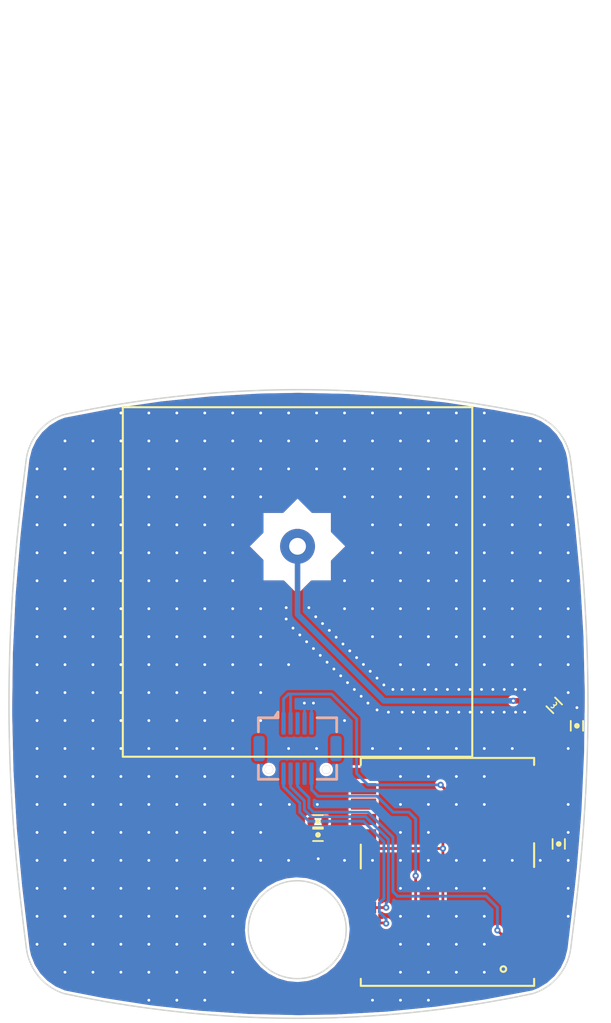
<source format=kicad_pcb>
(kicad_pcb (version 20171130) (host pcbnew "(5.0.0)")
  (title_block (date 2016-07-15))
  (layers (0 F.Cu signal) (1 In1.Cu signal) (2 In2.Cu signal) (31 B.Cu signal) (34 B.Paste user) (35 F.Paste user) (36 B.SilkS user) (37 F.SilkS user) (38 B.Mask user) (39 F.Mask user) (44 Edge.Cuts user))
  (net 0 "")
  (net 1 GND)
  (net 2 "Net-(FLT1-Pad3)")
  (net 3 "Net-(U1-Pad1)")
  (net 4 "Net-(U1-Pad2)")
  (net 5 "Net-(U1-Pad4)")
  (net 6 "Net-(U1-Pad5)")
  (net 7 "Net-(U1-Pad6)")
  (net 8 "Net-(U1-Pad7)")
  (net 9 +3V3)
  (net 10 "Net-(U1-Pad14)")
  (net 11 "Net-(U1-Pad15)")
  (net 12 "Net-(U1-Pad16)")
  (net 13 "Net-(U1-Pad17)")
  (net 14 "Net-(U1-Pad18)")
  (net 15 "Net-(U1-Pad19)")
  (net 16 "Net-(J1-Pad10)")
  (net 17 "Net-(ANT1-Pad1)")
  (net 18 "Net-(J1-Pad5)")
  (net 19 "Net-(J1-Pad8)")
  (net 20 /TX)
  (net 21 /RX)
  (net 22 /PPS)
  (net 23 "Net-(C4-Pad1)")
  (net 24 "Net-(FLT1-Pad1)")
  (net 25 "Net-(FLT2-Pad3)")
  (net 26 "Net-(L1-Pad1)")
  (module gkl_logos:gsd_logo_small (layer F.Cu) (at 151.5 137.575)
    (fp_text reference G*** hide)
    (fp_text value LOGO hide)
    (fp_poly (pts (xy 0.809625 -0.656049) (xy 0.948894 -0.652824) (xy 1.055352 -0.641742) (xy 1.138164 -0.620435) (xy 1.206496 -0.586535) (xy 1.269512 -0.537672) (xy 1.270237 -0.537018) (xy 1.340037 -0.45732) (xy 1.386054 -0.362298) (xy 1.410458 -0.244688) (xy 1.415419 -0.097228) (xy 1.413931 -0.056017) (xy 1.39408 0.106816) (xy 1.349894 0.237949) (xy 1.279148 0.339287) (xy 1.179619 0.412731) (xy 1.049083 0.460187) (xy 0.885316 0.483556) (xy 0.779803 0.486833) (xy 0.592667 0.486833) (xy 0.592667 0.338667) (xy 0.762 0.338667) (xy 0.884039 0.338667) (xy 0.998972 0.327347) (xy 1.079303 0.299395) (xy 1.160578 0.233792) (xy 1.215228 0.137724) (xy 1.243868 0.009786) (xy 1.248834 -0.087568) (xy 1.23982 -0.236059) (xy 1.21085 -0.349515) (xy 1.159033 -0.431642) (xy 1.081476 -0.486148) (xy 0.975288 -0.516738) (xy 0.908005 -0.524408) (xy 0.762 -0.534855) (xy 0.762 0.338667) (xy 0.592667 0.338667) (xy 0.592667 -0.656167) (xy 0.809625 -0.656049)) (layer F.Cu) (width 0.01))
    (fp_poly (pts (xy 0.162577 -0.408638) (xy 0.231651 -0.397665) (xy 0.269226 -0.38476) (xy 0.285863 -0.363181) (xy 0.292122 -0.326181) (xy 0.292151 -0.325883) (xy 0.298552 -0.260216) (xy 0.140244 -0.270375) (xy 0.023554 -0.274289) (xy -0.058453 -0.267638) (xy -0.112413 -0.249068) (xy -0.144962 -0.217221) (xy -0.1483 -0.211417) (xy -0.159408 -0.158528) (xy -0.131713 -0.111118) (xy -0.063856 -0.06759) (xy -0.005378 -0.043426) (xy 0.120986 0.004376) (xy 0.212326 0.044812) (xy 0.274186 0.082617) (xy 0.312111 0.122522) (xy 0.331646 0.16926) (xy 0.338334 0.227561) (xy 0.338667 0.250217) (xy 0.332061 0.319458) (xy 0.306108 0.369754) (xy 0.275785 0.401589) (xy 0.193201 0.454029) (xy 0.081845 0.489442) (xy -0.047579 0.506087) (xy -0.184364 0.50222) (xy -0.264583 0.489528) (xy -0.310364 0.472303) (xy -0.330277 0.436937) (xy -0.334784 0.40645) (xy -0.341485 0.336834) (xy -0.228951 0.353625) (xy -0.077646 0.369325) (xy 0.038464 0.366191) (xy 0.11832 0.344321) (xy 0.151534 0.318598) (xy 0.179753 0.277874) (xy 0.1905 0.251655) (xy 0.170586 0.212403) (xy 0.114686 0.169922) (xy 0.028559 0.127998) (xy -0.031142 0.106035) (xy -0.115912 0.072019) (xy -0.195079 0.030549) (xy -0.245396 -0.004577) (xy -0.292577 -0.05312) (xy -0.313312 -0.100997) (xy -0.3175 -0.159315) (xy -0.298442 -0.24985) (xy -0.244324 -0.323152) (xy -0.159727 -0.376842) (xy -0.04923 -0.40854) (xy 0.082583 -0.415868) (xy 0.162577 -0.408638)) (layer F.Cu) (width 0.01))
    (fp_poly (pts (xy -0.729586 -0.662399) (xy -0.677333 -0.647505) (xy -0.626418 -0.62313) (xy -0.603622 -0.588205) (xy -0.59668 -0.543282) (xy -0.593267 -0.492195) (xy -0.600915 -0.471095) (xy -0.629252 -0.474961) (xy -0.684652 -0.497417) (xy -0.793084 -0.52487) (xy -0.911313 -0.52619) (xy -1.021487 -0.502134) (xy -1.067329 -0.481194) (xy -1.152001 -0.414193) (xy -1.209167 -0.323118) (xy -1.240724 -0.203739) (xy -1.248833 -0.077437) (xy -1.235812 0.076285) (xy -1.196686 0.196724) (xy -1.131367 0.283993) (xy -1.039764 0.338206) (xy -0.921786 0.359477) (xy -0.902158 0.359833) (xy -0.827591 0.358133) (xy -0.78048 0.347764) (xy -0.754524 0.320825) (xy -0.743421 0.269416) (xy -0.740872 0.185636) (xy -0.740833 0.157542) (xy -0.740833 -0.019054) (xy -0.862541 -0.025402) (xy -0.931356 -0.030401) (xy -0.968596 -0.039801) (xy -0.985008 -0.059004) (xy -0.990947 -0.089958) (xy -0.997645 -0.148167) (xy -0.592666 -0.148167) (xy -0.592666 0.440359) (xy -0.661458 0.46483) (xy -0.746414 0.485276) (xy -0.850823 0.496713) (xy -0.957542 0.498477) (xy -1.049423 0.489902) (xy -1.085247 0.481267) (xy -1.208581 0.422253) (xy -1.302342 0.335079) (xy -1.367447 0.218338) (xy -1.404808 0.070623) (xy -1.413852 -0.024121) (xy -1.40885 -0.20249) (xy -1.373738 -0.351868) (xy -1.307754 -0.47377) (xy -1.210142 -0.569709) (xy -1.111404 -0.627564) (xy -0.992941 -0.664104) (xy -0.859141 -0.676016) (xy -0.729586 -0.662399)) (layer F.Cu) (width 0.01))
  )
  (module gkl_logos:oshw_small (layer F.Cu) (at 148.0875 137.0875)
    (fp_text reference G*** hide)
    (fp_text value LOGO hide)
    (fp_poly (pts (xy 0.034434 -1.070644) (xy 0.067967 -1.070441) (xy 0.094854 -1.070081) (xy 0.115679 -1.069545) (xy 0.131028 -1.068815) (xy 0.141484 -1.067873) (xy 0.147631 -1.0667) (xy 0.14957 -1.065823) (xy 0.151728 -1.062359) (xy 0.154421 -1.054534) (xy 0.157762 -1.041831) (xy 0.161865 -1.023736) (xy 0.166844 -0.999734) (xy 0.172812 -0.969309) (xy 0.179883 -0.931946) (xy 0.18387 -0.910492) (xy 0.191899 -0.867626) (xy 0.198777 -0.832133) (xy 0.204579 -0.803667) (xy 0.20938 -0.781882) (xy 0.213256 -0.766433) (xy 0.216284 -0.756974) (xy 0.218192 -0.753437) (xy 0.223255 -0.750437) (xy 0.23444 -0.745046) (xy 0.250596 -0.737743) (xy 0.270577 -0.729006) (xy 0.293232 -0.719311) (xy 0.317413 -0.709137) (xy 0.34197 -0.698962) (xy 0.365756 -0.689262) (xy 0.387621 -0.680517) (xy 0.406415 -0.673202) (xy 0.420991 -0.667796) (xy 0.430199 -0.664778) (xy 0.432574 -0.664308) (xy 0.436931 -0.666453) (xy 0.446994 -0.672572) (xy 0.46204 -0.682192) (xy 0.48135 -0.69484) (xy 0.504202 -0.710041) (xy 0.529876 -0.727323) (xy 0.557649 -0.746211) (xy 0.566444 -0.752231) (xy 0.594625 -0.771491) (xy 0.620833 -0.789294) (xy 0.644361 -0.805167) (xy 0.664502 -0.81864) (xy 0.68055 -0.82924) (xy 0.691799 -0.836496) (xy 0.697543 -0.839936) (xy 0.698099 -0.840154) (xy 0.702045 -0.837466) (xy 0.710615 -0.829883) (xy 0.723103 -0.818125) (xy 0.738801 -0.802913) (xy 0.757001 -0.784968) (xy 0.776995 -0.765011) (xy 0.798076 -0.743762) (xy 0.819537 -0.721943) (xy 0.840668 -0.700273) (xy 0.860764 -0.679473) (xy 0.879116 -0.660265) (xy 0.895016 -0.643369) (xy 0.907757 -0.629505) (xy 0.916632 -0.619395) (xy 0.920932 -0.613759) (xy 0.921212 -0.612916) (xy 0.918584 -0.608605) (xy 0.912018 -0.598596) (xy 0.902013 -0.583627) (xy 0.889064 -0.564435) (xy 0.873671 -0.541758) (xy 0.856331 -0.516332) (xy 0.837541 -0.488894) (xy 0.834677 -0.484721) (xy 0.815763 -0.456987) (xy 0.798327 -0.431061) (xy 0.782855 -0.407691) (xy 0.769833 -0.387628) (xy 0.759747 -0.371622) (xy 0.753081 -0.360422) (xy 0.750324 -0.35478) (xy 0.750277 -0.354467) (xy 0.751805 -0.348645) (xy 0.756066 -0.336833) (xy 0.762575 -0.320162) (xy 0.770846 -0.299763) (xy 0.780396 -0.276769) (xy 0.790739 -0.25231) (xy 0.801391 -0.22752) (xy 0.811866 -0.203529) (xy 0.821679 -0.181469) (xy 0.830347 -0.162471) (xy 0.837383 -0.147669) (xy 0.842304 -0.138192) (xy 0.844118 -0.135445) (xy 0.847693 -0.13317) (xy 0.854829 -0.13053) (xy 0.866139 -0.127386) (xy 0.882232 -0.123601) (xy 0.903722 -0.119039) (xy 0.931219 -0.113561) (xy 0.965334 -0.10703) (xy 0.996918 -0.10112) (xy 1.037379 -0.09352) (xy 1.070645 -0.087079) (xy 1.097233 -0.081681) (xy 1.117657 -0.077211) (xy 1.132435 -0.073556) (xy 1.142081 -0.070599) (xy 1.147113 -0.068226) (xy 1.147885 -0.067505) (xy 1.149215 -0.0638) (xy 1.150302 -0.05616) (xy 1.151165 -0.044) (xy 1.151823 -0.026735) (xy 1.152293 -0.003782) (xy 1.152594 0.025445) (xy 1.152744 0.061528) (xy 1.152769 0.088391) (xy 1.152737 0.127046) (xy 1.152622 0.158623) (xy 1.152394 0.183862) (xy 1.152024 0.2035) (xy 1.151483 0.218275) (xy 1.150742 0.228927) (xy 1.149772 0.236191) (xy 1.148544 0.240808) (xy 1.147028 0.243515) (xy 1.146629 0.243952) (xy 1.140833 0.248843) (xy 1.138213 0.250093) (xy 1.133978 0.250781) (xy 1.122934 0.25274) (xy 1.105954 0.25581) (xy 1.08391 0.259832) (xy 1.057677 0.264646) (xy 1.028128 0.270094) (xy 0.996838 0.275885) (xy 0.955612 0.283642) (xy 0.921763 0.290266) (xy 0.894946 0.295832) (xy 0.874815 0.300417) (xy 0.861026 0.304097) (xy 0.853234 0.30695) (xy 0.851445 0.308124) (xy 0.848436 0.313325) (xy 0.843095 0.324719) (xy 0.835867 0.341193) (xy 0.827199 0.361634) (xy 0.817539 0.38493) (xy 0.807332 0.409969) (xy 0.797024 0.435639) (xy 0.787064 0.460827) (xy 0.777896 0.48442) (xy 0.769968 0.505307) (xy 0.763726 0.522375) (xy 0.759617 0.534513) (xy 0.758086 0.540606) (xy 0.758085 0.540687) (xy 0.760235 0.545487) (xy 0.76635 0.555935) (xy 0.775934 0.571262) (xy 0.78849 0.590698) (xy 0.803521 0.613476) (xy 0.82053 0.638825) (xy 0.838801 0.665655) (xy 0.857314 0.69275) (xy 0.874414 0.717967) (xy 0.889593 0.740547) (xy 0.902348 0.759729) (xy 0.912171 0.774754) (xy 0.918559 0.784861) (xy 0.921002 0.789276) (xy 0.918645 0.793571) (xy 0.910956 0.802932) (xy 0.898247 0.817025) (xy 0.880834 0.835513) (xy 0.859031 0.858062) (xy 0.833152 0.884336) (xy 0.813356 0.904189) (xy 0.785293 0.932138) (xy 0.762177 0.954975) (xy 0.743486 0.973171) (xy 0.728699 0.987199) (xy 0.717295 0.997529) (xy 0.708752 1.004633) (xy 0.702549 1.008984) (xy 0.698165 1.011053) (xy 0.695078 1.011313) (xy 0.695008 1.011299) (xy 0.689679 1.008695) (xy 0.678758 1.002154) (xy 0.663066 0.99221) (xy 0.643424 0.979394) (xy 0.62065 0.964241) (xy 0.595565 0.947284) (xy 0.576538 0.93426) (xy 0.550366 0.916286) (xy 0.526022 0.899625) (xy 0.504309 0.884826) (xy 0.486032 0.872434) (xy 0.471995 0.862994) (xy 0.463004 0.857053) (xy 0.460102 0.855246) (xy 0.457078 0.854255) (xy 0.452913 0.85445) (xy 0.446778 0.856201) (xy 0.437842 0.859876) (xy 0.425276 0.865845) (xy 0.40825 0.874477) (xy 0.385936 0.886143) (xy 0.360636 0.899546) (xy 0.347626 0.906182) (xy 0.339529 0.909288) (xy 0.33452 0.909294) (xy 0.330772 0.90663) (xy 0.330728 0.906585) (xy 0.328208 0.901935) (xy 0.32306 0.890769) (xy 0.315582 0.873809) (xy 0.306072 0.851778) (xy 0.294829 0.825397) (xy 0.282152 0.795391) (xy 0.268338 0.762481) (xy 0.253687 0.727389) (xy 0.238496 0.690838) (xy 0.223064 0.653551) (xy 0.20769 0.616249) (xy 0.192671 0.579657) (xy 0.178307 0.544495) (xy 0.164895 0.511487) (xy 0.152734 0.481354) (xy 0.142123 0.45482) (xy 0.133359 0.432607) (xy 0.126742 0.415438) (xy 0.122569 0.404034) (xy 0.121139 0.399138) (xy 0.124539 0.392081) (xy 0.134948 0.383227) (xy 0.143608 0.377584) (xy 0.188619 0.346069) (xy 0.227109 0.310716) (xy 0.258915 0.271782) (xy 0.283869 0.229527) (xy 0.301808 0.184209) (xy 0.312567 0.136086) (xy 0.315359 0.108587) (xy 0.314642 0.058353) (xy 0.306583 0.010097) (xy 0.291531 -0.035584) (xy 0.269836 -0.078095) (xy 0.241847 -0.11684) (xy 0.207914 -0.151221) (xy 0.168387 -0.180642) (xy 0.134816 -0.19932) (xy 0.09804 -0.215073) (xy 0.063083 -0.225281) (xy 0.027012 -0.2306) (xy -0.009769 -0.23174) (xy -0.059615 -0.227366) (xy -0.107125 -0.215762) (xy -0.151692 -0.19732) (xy -0.19271 -0.172431) (xy -0.229573 -0.141486) (xy -0.261673 -0.104878) (xy -0.288405 -0.062998) (xy -0.296711 -0.046464) (xy -0.308777 -0.018535) (xy -0.317161 0.006857) (xy -0.322405 0.032291) (xy -0.325047 0.060349) (xy -0.325639 0.091831) (xy -0.325267 0.115171) (xy -0.324232 0.133197) (xy -0.322223 0.148402) (xy -0.31893 0.163281) (xy -0.315036 0.177048) (xy -0.299291 0.220105) (xy -0.278927 0.258768) (xy -0.253213 0.293987) (xy -0.221415 0.326713) (xy -0.182801 0.357897) (xy -0.167177 0.368869) (xy -0.15294 0.378857) (xy -0.141274 0.387637) (xy -0.133636 0.394076) (xy -0.131448 0.396632) (xy -0.132459 0.401252) (xy -0.136161 0.4122) (xy -0.142219 0.428599) (xy -0.150296 0.449572) (xy -0.160055 0.474241) (xy -0.171161 0.50173) (xy -0.179518 0.522086) (xy -0.193998 0.557143) (xy -0.210561 0.597269) (xy -0.228319 0.640305) (xy -0.246379 0.684094) (xy -0.263853 0.726476) (xy -0.279849 0.765293) (xy -0.283708 0.774661) (xy -0.30004 0.813926) (xy -0.313973 0.846607) (xy -0.325441 0.872561) (xy -0.334378 0.89164) (xy -0.340718 0.903701) (xy -0.344396 0.908596) (xy -0.344568 0.908672) (xy -0.350459 0.907652) (xy -0.362082 0.903112) (xy -0.378438 0.895496) (xy -0.398524 0.885252) (xy -0.405826 0.881357) (xy -0.424649 0.871324) (xy -0.441113 0.862757) (xy -0.453973 0.856287) (xy -0.46198 0.852547) (xy -0.463947 0.851877) (xy -0.467846 0.854015) (xy -0.477435 0.860098) (xy -0.491969 0.869632) (xy -0.510708 0.882121) (xy -0.532909 0.897072) (xy -0.557828 0.913989) (xy -0.584152 0.931985) (xy -0.611219 0.950401) (xy -0.636511 0.967326) (xy -0.659249 0.982258) (xy -0.678656 0.994701) (xy -0.693953 1.004152) (xy -0.704362 1.010115) (xy -0.709029 1.012093) (xy -0.714317 1.009227) (xy -0.724895 1.00064) (xy -0.740744 0.986349) (xy -0.761845 0.96637) (xy -0.788182 0.940721) (xy -0.819737 0.909417) (xy -0.823573 0.905582) (xy -0.854778 0.874147) (xy -0.880703 0.847573) (xy -0.901264 0.825951) (xy -0.916376 0.809369) (xy -0.925955 0.797919) (xy -0.929919 0.79169) (xy -0.930031 0.791085) (xy -0.92788 0.786115) (xy -0.921763 0.775509) (xy -0.912177 0.760045) (xy -0.899622 0.740501) (xy -0.884598 0.717654) (xy -0.867603 0.692282) (xy -0.849923 0.666309) (xy -0.829505 0.636295) (xy -0.811454 0.609266) (xy -0.796155 0.585826) (xy -0.783993 0.566582) (xy -0.775352 0.552136) (xy -0.770619 0.543095) (xy -0.769815 0.540513) (xy -0.771264 0.534264) (xy -0.77531 0.521968) (xy -0.781505 0.504746) (xy -0.789401 0.483717) (xy -0.79855 0.460001) (xy -0.808503 0.434718) (xy -0.818812 0.408988) (xy -0.829028 0.38393) (xy -0.838704 0.360665) (xy -0.847389 0.340312) (xy -0.854637 0.323991) (xy -0.859999 0.312821) (xy -0.862902 0.308036) (xy -0.867671 0.305602) (xy -0.87803 0.302427) (xy -0.894356 0.298426) (xy -0.917028 0.293518) (xy -0.946424 0.287618) (xy -0.982922 0.280644) (xy -1.010138 0.275586) (xy -1.047747 0.268606) (xy -1.078379 0.262788) (xy -1.102761 0.257964) (xy -1.121618 0.253968) (xy -1.135675 0.250632) (xy -1.145658 0.24779) (xy -1.152293 0.245274) (xy -1.156305 0.242918) (xy -1.157654 0.241632) (xy -1.15942 0.239026) (xy -1.160856 0.235261) (xy -1.161994 0.229569) (xy -1.162869 0.221179) (xy -1.163515 0.209321) (xy -1.163965 0.193226) (xy -1.164254 0.172124) (xy -1.164415 0.145246) (xy -1.164483 0.111821) (xy -1.164492 0.086283) (xy -1.164428 0.045824) (xy -1.164221 0.01259) (xy -1.163855 -0.014004) (xy -1.163309 -0.034547) (xy -1.162566 -0.049626) (xy -1.161607 -0.05983) (xy -1.160413 -0.065746) (xy -1.159607 -0.06744) (xy -1.155945 -0.069673) (xy -1.147653 -0.072467) (xy -1.134227 -0.075935) (xy -1.115162 -0.080188) (xy -1.089954 -0.085337) (xy -1.058098 -0.091496) (xy -1.019091 -0.098774) (xy -1.014046 -0.099703) (xy -0.981474 -0.105744) (xy -0.950996 -0.111504) (xy -0.92355 -0.116796) (xy -0.900074 -0.121436) (xy -0.881505 -0.125239) (xy -0.86878 -0.128019) (xy -0.862911 -0.129562) (xy -0.859518 -0.13152) (xy -0.855885 -0.135299) (xy -0.851618 -0.141672) (xy -0.846325 -0.151412) (xy -0.839613 -0.165293) (xy -0.831087 -0.184087) (xy -0.820354 -0.208567) (xy -0.807226 -0.239032) (xy -0.795686 -0.266257) (xy -0.785233 -0.291524) (xy -0.776256 -0.313841) (xy -0.769147 -0.332215) (xy -0.764295 -0.345655) (xy -0.762091 -0.353168) (xy -0.762 -0.353986) (xy -0.764265 -0.359917) (xy -0.770911 -0.371817) (xy -0.781717 -0.389337) (xy -0.796461 -0.412131) (xy -0.814922 -0.43985) (xy -0.836876 -0.472148) (xy -0.844752 -0.483608) (xy -0.863574 -0.511131) (xy -0.880974 -0.536957) (xy -0.896447 -0.560306) (xy -0.909488 -0.580402) (xy -0.919593 -0.596466) (xy -0.926256 -0.607719) (xy -0.928974 -0.613383) (xy -0.928997 -0.613507) (xy -0.928723 -0.616663) (xy -0.926741 -0.620996) (xy -0.922573 -0.627032) (xy -0.915741 -0.635298) (xy -0.905766 -0.646322) (xy -0.892169 -0.66063) (xy -0.874471 -0.678749) (xy -0.852194 -0.701206) (xy -0.824859 -0.728528) (xy -0.821132 -0.732243) (xy -0.789304 -0.763769) (xy -0.762732 -0.789677) (xy -0.74133 -0.810047) (xy -0.725007 -0.824962) (xy -0.713675 -0.834505) (xy -0.707246 -0.838758) (xy -0.705927 -0.838966) (xy -0.701497 -0.836315) (xy -0.69137 -0.829716) (xy -0.676277 -0.819663) (xy -0.656953 -0.806651) (xy -0.634129 -0.791172) (xy -0.608539 -0.773722) (xy -0.580914 -0.754793) (xy -0.574689 -0.750515) (xy -0.546742 -0.731402) (xy -0.520662 -0.713761) (xy -0.497181 -0.69807) (xy -0.477028 -0.68481) (xy -0.460937 -0.674462) (xy -0.449637 -0.667505) (xy -0.44386 -0.664419) (xy -0.443397 -0.664307) (xy -0.438246 -0.665738) (xy -0.426954 -0.669755) (xy -0.410596 -0.675946) (xy -0.390249 -0.683898) (xy -0.366989 -0.6932) (xy -0.350632 -0.69985) (xy -0.317571 -0.713385) (xy -0.291012 -0.724298) (xy -0.270221 -0.732923) (xy -0.254468 -0.739595) (xy -0.24302 -0.744651) (xy -0.235143 -0.748424) (xy -0.230107 -0.751249) (xy -0.227177 -0.753463) (xy -0.225623 -0.7554) (xy -0.224711 -0.757395) (xy -0.224679 -0.757476) (xy -0.223541 -0.762317) (xy -0.221174 -0.773804) (xy -0.217774 -0.790899) (xy -0.213539 -0.812567) (xy -0.208664 -0.837768) (xy -0.203347 -0.865466) (xy -0.197785 -0.894622) (xy -0.192175 -0.9242) (xy -0.186713 -0.953161) (xy -0.181597 -0.980468) (xy -0.177024 -1.005084) (xy -0.17319 -1.025971) (xy -0.170292 -1.042092) (xy -0.168528 -1.052408) (xy -0.168065 -1.055775) (xy -0.165582 -1.060348) (xy -0.16189 -1.064567) (xy -0.159523 -1.066154) (xy -0.155419 -1.067447) (xy -0.14884 -1.068475) (xy -0.139047 -1.069267) (xy -0.125302 -1.069852) (xy -0.106868 -1.070259) (xy -0.083005 -1.070518) (xy -0.052976 -1.070657) (xy -0.016043 -1.070706) (xy -0.006329 -1.070708) (xy 0.034434 -1.070644)) (layer F.Cu) (width 0.01))
  )
  (module gkl_ublox:NEO-M8 (layer F.Cu) (at 162.225 128.3125)
    (fp_text reference U1 (at 0 -9.5) (layer F.SilkS) (effects (font (size 0 0))))
    (fp_text value NEO_M8)
    (pad 24 smd rect (at -6 7) (size 1.8 0.8) (layers F.Cu F.Paste F.Mask) (net 1 GND))
    (pad 23 smd rect (at -6 5.9) (size 1.8 0.8) (layers F.Cu F.Paste F.Mask) (net 9 +3V3))
    (pad 22 smd rect (at -6 4.8) (size 1.8 0.8) (layers F.Cu F.Paste F.Mask) (net 16 "Net-(J1-Pad10)"))
    (pad 21 smd rect (at -6 3.7) (size 1.8 0.8) (layers F.Cu F.Paste F.Mask) (net 20 /TX))
    (pad 20 smd rect (at -6 2.6) (size 1.8 0.8) (layers F.Cu F.Paste F.Mask) (net 21 /RX))
    (pad 19 smd rect (at -6 1.5) (size 1.8 0.8) (layers F.Cu F.Paste F.Mask) (net 15 "Net-(U1-Pad19)"))
    (pad 18 smd rect (at -6 0.4) (size 1.8 0.8) (layers F.Cu F.Paste F.Mask) (net 14 "Net-(U1-Pad18)"))
    (pad 17 smd rect (at -6 -2.6) (size 1.8 0.8) (layers F.Cu F.Paste F.Mask) (net 13 "Net-(U1-Pad17)"))
    (pad 16 smd rect (at -6 -3.7) (size 1.8 0.8) (layers F.Cu F.Paste F.Mask) (net 12 "Net-(U1-Pad16)"))
    (pad 15 smd rect (at -6 -4.8) (size 1.8 0.8) (layers F.Cu F.Paste F.Mask) (net 11 "Net-(U1-Pad15)"))
    (pad 14 smd rect (at -6 -5.9) (size 1.8 0.8) (layers F.Cu F.Paste F.Mask) (net 10 "Net-(U1-Pad14)"))
    (pad 13 smd rect (at -6 -7) (size 1.8 0.8) (layers F.Cu F.Paste F.Mask) (net 1 GND))
    (pad 12 smd rect (at 6 -7) (size 1.8 0.8) (layers F.Cu F.Paste F.Mask) (net 1 GND))
    (pad 11 smd rect (at 6 -5.9) (size 1.8 0.8) (layers F.Cu F.Paste F.Mask) (net 2 "Net-(FLT1-Pad3)"))
    (pad 10 smd rect (at 6 -4.8) (size 1.8 0.8) (layers F.Cu F.Paste F.Mask) (net 1 GND))
    (pad 9 smd rect (at 6 -3.7) (size 1.8 0.8) (layers F.Cu F.Paste F.Mask) (net 23 "Net-(C4-Pad1)"))
    (pad 8 smd rect (at 6 -2.6) (size 1.8 0.8) (layers F.Cu F.Paste F.Mask) (net 9 +3V3))
    (pad 7 smd rect (at 6 0.4) (size 1.8 0.8) (layers F.Cu F.Paste F.Mask) (net 8 "Net-(U1-Pad7)"))
    (pad 6 smd rect (at 6 1.5) (size 1.8 0.8) (layers F.Cu F.Paste F.Mask) (net 7 "Net-(U1-Pad6)"))
    (pad 5 smd rect (at 6 2.6) (size 1.8 0.8) (layers F.Cu F.Paste F.Mask) (net 6 "Net-(U1-Pad5)"))
    (pad 4 smd rect (at 6 3.7) (size 1.8 0.8) (layers F.Cu F.Paste F.Mask) (net 5 "Net-(U1-Pad4)"))
    (pad 3 smd rect (at 6 4.8) (size 1.8 0.8) (layers F.Cu F.Paste F.Mask) (net 22 /PPS))
    (pad 2 smd rect (at 6 5.9) (size 1.8 0.8) (layers F.Cu F.Paste F.Mask) (net 4 "Net-(U1-Pad2)"))
    (pad 1 smd rect (at 6 7) (size 1.8 0.8) (layers F.Cu F.Paste F.Mask) (net 3 "Net-(U1-Pad1)"))
  )
  (module gkl_antenna:GPS_ANT (layer F.Cu) (at 151.5 105.075 180)
    (fp_text reference ANT1 (at 4.5 -4 180) (layer F.SilkS) (effects (font (size 0 0))))
    (fp_text value pkl_PATCH_ANTENNA)
    (pad 1 thru_hole circle (at 0 0 180) (size 2.5 2.5) (drill 1.2) (layers *.Cu *.Mask) (net 17 "Net-(ANT1-Pad1)"))
  )
  (module "gkl_conn:DF12(3.0)-10DS-0.5V(86)" (layer B.Cu) (at 151.5 119.5375)
    (fp_text reference J1 (at 0.1 0) (layer B.SilkS) (effects (font (size 0 0)) (justify mirror)))
    (fp_text value "JST DF12 10P")
    (pad 2 smd roundrect (at -1 1.8) (size 0.3 1.6) (layers B.Cu B.Paste B.Mask) (net 20 /TX))
    (pad 1 smd roundrect (at -1 -1.8) (size 0.3 1.6) (layers B.Cu B.Paste B.Mask) (net 9 +3V3))
    (pad 4 smd roundrect (at -0.5 1.8) (size 0.3 1.6) (layers B.Cu B.Paste B.Mask) (net 21 /RX))
    (pad 3 smd roundrect (at -0.5 -1.8) (size 0.3 1.6) (layers B.Cu B.Paste B.Mask) (net 9 +3V3))
    (pad 6 smd roundrect (at 0 1.8) (size 0.3 1.6) (layers B.Cu B.Paste B.Mask) (net 22 /PPS))
    (pad 5 smd roundrect (at 0 -1.8) (size 0.3 1.6) (layers B.Cu B.Paste B.Mask) (net 18 "Net-(J1-Pad5)"))
    (pad 8 smd roundrect (at 0.5 1.8) (size 0.3 1.6) (layers B.Cu B.Paste B.Mask) (net 19 "Net-(J1-Pad8)"))
    (pad 7 smd roundrect (at 0.5 -1.8) (size 0.3 1.6) (layers B.Cu B.Paste B.Mask) (net 1 GND))
    (pad 10 smd roundrect (at 1 1.8) (size 0.3 1.6) (layers B.Cu B.Paste B.Mask) (net 16 "Net-(J1-Pad10)"))
    (pad 9 smd roundrect (at 1 -1.8) (size 0.3 1.6) (layers B.Cu B.Paste B.Mask) (net 1 GND))
    (pad "" thru_hole circle (at -2.05 1.5) (size 0.605 0.605) (drill 0.6) (layers *.Cu *.Mask))
    (pad "" thru_hole circle (at 2.049999 1.5) (size 0.605 0.605) (drill 0.6) (layers *.Cu *.Mask))
    (pad "" smd roundrect (at -2.75 0) (size 0.8 1.8) (layers B.Cu B.Paste B.Mask))
    (pad "" smd roundrect (at 2.75 0) (size 0.8 1.8) (layers B.Cu B.Paste B.Mask))
  )
  (module gkl_housings_son:SAW-5 (layer F.Cu) (at 170.35 120.35 270)
    (fp_text reference FLT1 hide)
    (fp_text value SF1186G hide)
    (pad 1 smd rect (at -0.385 0 270) (size 0.18 0.25) (layers F.Cu F.Paste F.Mask) (net 24 "Net-(FLT1-Pad1)"))
    (pad 2 smd rect (at 0 -0.25 270) (size 0.18 0.25) (layers F.Cu F.Paste F.Mask) (net 1 GND))
    (pad 3 smd rect (at 0.385 -0.25 270) (size 0.18 0.25) (layers F.Cu F.Paste F.Mask) (net 2 "Net-(FLT1-Pad3)"))
    (pad 4 smd rect (at 0.385 0.25 270) (size 0.18 0.25) (layers F.Cu F.Paste F.Mask) (net 1 GND))
    (pad 5 smd rect (at 0 0.25 270) (size 0.18 0.25) (layers F.Cu F.Paste F.Mask) (net 1 GND))
  )
  (module gkl_housings_son:XSON6 (layer F.Cu) (at 169.8625 118.4 90)
    (fp_text reference U2 (at -3.3 -3.9 90) (layer F.SilkS) (effects (font (size 0 0))))
    (fp_text value BGU7007)
    (pad 1 smd rect (at -0.5 0.275 90) (size 0.2 0.35) (layers F.Cu F.Paste F.Mask) (net 23 "Net-(C4-Pad1)"))
    (pad 2 smd rect (at 0 0.3 90) (size 0.2 0.3) (layers F.Cu F.Paste F.Mask) (net 23 "Net-(C4-Pad1)"))
    (pad 3 smd rect (at 0.5 0.3 90) (size 0.2 0.3) (layers F.Cu F.Paste F.Mask) (net 26 "Net-(L1-Pad1)"))
    (pad 4 smd rect (at 0.5 -0.3 90) (size 0.2 0.3) (layers F.Cu F.Paste F.Mask) (net 1 GND))
    (pad 5 smd rect (at 0 -0.3 90) (size 0.2 0.3) (layers F.Cu F.Paste F.Mask) (net 1 GND))
    (pad 6 smd rect (at -0.5 -0.3 90) (size 0.2 0.3) (layers F.Cu F.Paste F.Mask) (net 24 "Net-(FLT1-Pad1)"))
  )
  (module pkl_dipol:C_0402 (layer F.Cu) (at 152.9625 124.7375)
    (fp_text reference C1)
    (fp_text value 10nF)
    (pad 1 smd roundrect (at -0.5 0) (size 0.5 0.6) (layers F.Cu F.Paste F.Mask) (net 9 +3V3))
    (pad 2 smd roundrect (at 0.5 0) (size 0.5 0.6) (layers F.Cu F.Paste F.Mask) (net 1 GND))
  )
  (module pkl_dipol:C_0402 (layer F.Cu) (at 152.9625 125.7125)
    (fp_text reference C2)
    (fp_text value 100nF)
    (pad 2 smd roundrect (at 0.5 0) (size 0.5 0.6) (layers F.Cu F.Paste F.Mask) (net 1 GND))
    (pad 1 smd roundrect (at -0.5 0) (size 0.5 0.6) (layers F.Cu F.Paste F.Mask) (net 9 +3V3))
  )
  (module pkl_dipol:C_0402 (layer F.Cu) (at 170.1875 126.3625 270)
    (fp_text reference C3)
    (fp_text value 100nF)
    (pad 1 smd roundrect (at -0.5 0 270) (size 0.5 0.6) (layers F.Cu F.Paste F.Mask) (net 9 +3V3))
    (pad 2 smd roundrect (at 0.5 0 270) (size 0.5 0.6) (layers F.Cu F.Paste F.Mask) (net 1 GND))
  )
  (module pkl_dipol:C_0402 (layer F.Cu) (at 171.4875 117.9125 90)
    (fp_text reference C4)
    (fp_text value 1nF)
    (pad 2 smd roundrect (at 0.5 0 90) (size 0.5 0.6) (layers F.Cu F.Paste F.Mask) (net 1 GND))
    (pad 1 smd roundrect (at -0.5 0 90) (size 0.5 0.6) (layers F.Cu F.Paste F.Mask) (net 23 "Net-(C4-Pad1)"))
  )
  (module gkl_housings_son:SAW-5 (layer F.Cu) (at 168.2375 116.125)
    (fp_text reference FLT2 hide)
    (fp_text value SF1186G hide)
    (pad 1 smd rect (at -0.385 0) (size 0.18 0.25) (layers F.Cu F.Paste F.Mask) (net 17 "Net-(ANT1-Pad1)"))
    (pad 2 smd rect (at 0 -0.25) (size 0.18 0.25) (layers F.Cu F.Paste F.Mask) (net 1 GND))
    (pad 3 smd rect (at 0.385 -0.25) (size 0.18 0.25) (layers F.Cu F.Paste F.Mask) (net 25 "Net-(FLT2-Pad3)"))
    (pad 4 smd rect (at 0.385 0.25) (size 0.18 0.25) (layers F.Cu F.Paste F.Mask) (net 1 GND))
    (pad 5 smd rect (at 0 0.25) (size 0.18 0.25) (layers F.Cu F.Paste F.Mask) (net 1 GND))
  )
  (module pkl_dipol:L_0402 (layer F.Cu) (at 169.8625 116.45 135)
    (fp_text reference L1)
    (fp_text value 5.6nH)
    (pad 1 smd roundrect (at -0.499999 0 135) (size 0.5 0.6) (layers F.Cu F.Paste F.Mask) (net 26 "Net-(L1-Pad1)"))
    (pad 2 smd roundrect (at 0.499999 0 135) (size 0.5 0.6) (layers F.Cu F.Paste F.Mask) (net 25 "Net-(FLT2-Pad3)"))
  )
  (gr_arc (start 151.695923 174.876599) (end 151.552189 93.870322) (angle -11.96000713) (layer Edge.Cuts) (width 0.1))
  (gr_arc (start 135.98771 99.403772) (end 134.768469 95.658553) (angle -63.4298281) (layer Edge.Cuts) (width 0.1))
  (gr_arc (start 136.0037 133.315258) (end 132.109218 133.90367) (angle -63.4298281) (layer Edge.Cuts) (width 0.1))
  (gr_arc (start 151.640731 57.827652) (end 134.787991 137.061626) (angle -11.96000713) (layer Edge.Cuts) (width 0.1))
  (gr_arc (start -73.386813 130.441493) (end 171.53731 103.072615) (angle -1.003919669) (layer Edge.Cuts) (width 0.1))
  (gr_arc (start 250.85495 116.305357) (end 131.566428 103.257425) (angle -12.53857289) (layer Edge.Cuts) (width 0.1))
  (gr_arc (start 151.547819 174.876726) (end 168.338961 95.629675) (angle -11.96000713) (layer Edge.Cuts) (width 0.1))
  (gr_arc (start 151.492628 57.827664) (end 151.573391 138.834028) (angle -11.96000713) (layer Edge.Cuts) (width 0.1))
  (gr_arc (start 52.279573 116.398989) (end 171.549824 129.612892) (angle -12.69802089) (layer Edge.Cuts) (width 0.1))
  (gr_arc (start 167.126165 99.376987) (end 171.020189 98.785548) (angle -63.4298281) (layer Edge.Cuts) (width 0.1))
  (gr_arc (start 376.540753 102.437724) (end 131.578786 129.465777) (angle -1.039104799) (layer Edge.Cuts) (width 0.1))
  (gr_arc (start 376.553775 130.054456) (end 132.092675 98.819033) (angle -1.039104799) (layer Edge.Cuts) (width 0.1))
  (gr_arc (start 167.142166 133.312679) (end 168.358496 137.058845) (angle -63.4298281) (layer Edge.Cuts) (width 0.1))
  (gr_arc (start -73.4 102.475) (end 171.036746 133.900445) (angle -1.003919669) (layer Edge.Cuts) (width 0.1))
  (gr_circle (center 151.480119 132.493771) (end 154.980119 132.493771) (layer Edge.Cuts) (width 0.1))
  (via (at 166.2875 115.3125) (size 0.45) (drill 0.2) (layers F.Cu B.Cu) (net 1))
  (via (at 166.2875 116.9375) (size 0.45) (drill 0.2) (layers F.Cu B.Cu) (net 1))
  (via (at 167.75 116.9375) (size 0.45) (drill 0.2) (layers F.Cu B.Cu) (net 1))
  (via (at 167.75 115.3125) (size 0.45) (drill 0.2) (layers F.Cu B.Cu) (net 1))
  (via (at 167.1 115.3125) (size 0.45) (drill 0.2) (layers F.Cu B.Cu) (net 1))
  (via (at 167.1 116.9375) (size 0.45) (drill 0.2) (layers F.Cu B.Cu) (net 1))
  (via (at 165.475 116.9375) (size 0.45) (drill 0.2) (layers F.Cu B.Cu) (net 1))
  (via (at 164.6625 116.9375) (size 0.45) (drill 0.2) (layers F.Cu B.Cu) (net 1))
  (via (at 163.85 116.9375) (size 0.45) (drill 0.2) (layers F.Cu B.Cu) (net 1))
  (via (at 163.0375 116.9375) (size 0.45) (drill 0.2) (layers F.Cu B.Cu) (net 1))
  (via (at 162.225 116.9375) (size 0.45) (drill 0.2) (layers F.Cu B.Cu) (net 1))
  (via (at 161.4125 116.9375) (size 0.45) (drill 0.2) (layers F.Cu B.Cu) (net 1))
  (via (at 160.6 116.9375) (size 0.45) (drill 0.2) (layers F.Cu B.Cu) (net 1))
  (via (at 159.7875 116.9375) (size 0.45) (drill 0.2) (layers F.Cu B.Cu) (net 1))
  (via (at 158.975 116.9375) (size 0.45) (drill 0.2) (layers F.Cu B.Cu) (net 1))
  (via (at 158 116.9375) (size 0.45) (drill 0.2) (layers F.Cu B.Cu) (net 1))
  (via (at 157.1875 116.775) (size 0.45) (drill 0.2) (layers F.Cu B.Cu) (net 1))
  (via (at 156.5375 116.2875) (size 0.45) (drill 0.2) (layers F.Cu B.Cu) (net 1))
  (via (at 156.05 115.8) (size 0.45) (drill 0.2) (layers F.Cu B.Cu) (net 1))
  (via (at 155.5625 115.3125) (size 0.45) (drill 0.2) (layers F.Cu B.Cu) (net 1))
  (via (at 155.075 114.825) (size 0.45) (drill 0.2) (layers F.Cu B.Cu) (net 1))
  (via (at 154.5875 114.3375) (size 0.45) (drill 0.2) (layers F.Cu B.Cu) (net 1))
  (via (at 154.1 113.85) (size 0.45) (drill 0.2) (layers F.Cu B.Cu) (net 1))
  (via (at 153.6125 113.3625) (size 0.45) (drill 0.2) (layers F.Cu B.Cu) (net 1))
  (via (at 153.125 112.875) (size 0.45) (drill 0.2) (layers F.Cu B.Cu) (net 1))
  (via (at 152.6375 112.3875) (size 0.45) (drill 0.2) (layers F.Cu B.Cu) (net 1))
  (via (at 152.15 111.9) (size 0.45) (drill 0.2) (layers F.Cu B.Cu) (net 1))
  (via (at 151.6625 111.4125) (size 0.45) (drill 0.2) (layers F.Cu B.Cu) (net 1))
  (via (at 151.175 110.925) (size 0.45) (drill 0.2) (layers F.Cu B.Cu) (net 1))
  (via (at 150.6875 110.275) (size 0.45) (drill 0.2) (layers F.Cu B.Cu) (net 1))
  (via (at 150.6875 109.4625) (size 0.45) (drill 0.2) (layers F.Cu B.Cu) (net 1))
  (via (at 152.3125 109.4625) (size 0.45) (drill 0.2) (layers F.Cu B.Cu) (net 1))
  (via (at 152.8 110.1125) (size 0.45) (drill 0.2) (layers F.Cu B.Cu) (net 1))
  (via (at 153.2875 110.6) (size 0.45) (drill 0.2) (layers F.Cu B.Cu) (net 1))
  (via (at 153.775 111.0875) (size 0.45) (drill 0.2) (layers F.Cu B.Cu) (net 1))
  (via (at 154.2625 111.575) (size 0.45) (drill 0.2) (layers F.Cu B.Cu) (net 1))
  (via (at 154.75 112.0625) (size 0.45) (drill 0.2) (layers F.Cu B.Cu) (net 1))
  (via (at 155.2375 112.55) (size 0.45) (drill 0.2) (layers F.Cu B.Cu) (net 1))
  (via (at 155.725 113.0375) (size 0.45) (drill 0.2) (layers F.Cu B.Cu) (net 1))
  (via (at 156.2125 113.525) (size 0.45) (drill 0.2) (layers F.Cu B.Cu) (net 1))
  (via (at 156.7 114.0125) (size 0.45) (drill 0.2) (layers F.Cu B.Cu) (net 1))
  (via (at 157.1875 114.5) (size 0.45) (drill 0.2) (layers F.Cu B.Cu) (net 1))
  (via (at 157.675 114.9875) (size 0.45) (drill 0.2) (layers F.Cu B.Cu) (net 1))
  (via (at 158.325 115.3125) (size 0.45) (drill 0.2) (layers F.Cu B.Cu) (net 1))
  (via (at 158.975 115.3125) (size 0.45) (drill 0.2) (layers F.Cu B.Cu) (net 1))
  (via (at 159.7875 115.3125) (size 0.45) (drill 0.2) (layers F.Cu B.Cu) (net 1))
  (via (at 160.6 115.3125) (size 0.45) (drill 0.2) (layers F.Cu B.Cu) (net 1))
  (via (at 161.4125 115.3125) (size 0.45) (drill 0.2) (layers F.Cu B.Cu) (net 1))
  (via (at 162.225 115.3125) (size 0.45) (drill 0.2) (layers F.Cu B.Cu) (net 1))
  (via (at 163.0375 115.3125) (size 0.45) (drill 0.2) (layers F.Cu B.Cu) (net 1))
  (via (at 163.85 115.3125) (size 0.45) (drill 0.2) (layers F.Cu B.Cu) (net 1))
  (via (at 164.6625 115.3125) (size 0.45) (drill 0.2) (layers F.Cu B.Cu) (net 1))
  (via (at 165.475 115.3125) (size 0.45) (drill 0.2) (layers F.Cu B.Cu) (net 1))
  (segment (start 168.225 121.3125) (end 166.3 121.3125) (width 0.2) (layer F.Cu) (net 1))
  (segment (start 168.225 123.5125) (end 166.2125 123.5125) (width 0.2) (layer F.Cu) (net 1))
  (via (at 151.9875 116.2875) (size 0.45) (drill 0.2) (layers F.Cu B.Cu) (net 1))
  (segment (start 152 117.7375) (end 152 116.3) (width 0.2) (layer B.Cu) (net 1))
  (segment (start 152 116.3) (end 151.9875 116.2875) (width 0.2) (layer B.Cu) (net 1))
  (via (at 152.6375 116.2875) (size 0.45) (drill 0.2) (layers F.Cu B.Cu) (net 1))
  (segment (start 152.5 117.7375) (end 152.5 116.425) (width 0.2) (layer B.Cu) (net 1))
  (segment (start 152.5 116.425) (end 152.6375 116.2875) (width 0.2) (layer B.Cu) (net 1))
  (segment (start 156.225 121.3125) (end 157.825 121.3125) (width 0.2) (layer F.Cu) (net 1))
  (segment (start 156.225 135.3125) (end 157.9875 135.3125) (width 0.2) (layer F.Cu) (net 1))
  (via (at 138.8625 95.5375) (size 0.45) (drill 0.2) (layers F.Cu B.Cu) (net 1))
  (via (at 140.8625 95.5375) (size 0.45) (drill 0.2) (layers F.Cu B.Cu) (net 1))
  (via (at 142.8625 95.5375) (size 0.45) (drill 0.2) (layers F.Cu B.Cu) (net 1))
  (via (at 144.8625 95.5375) (size 0.45) (drill 0.2) (layers F.Cu B.Cu) (net 1))
  (via (at 146.8625 95.5375) (size 0.45) (drill 0.2) (layers F.Cu B.Cu) (net 1))
  (via (at 148.8625 95.5375) (size 0.45) (drill 0.2) (layers F.Cu B.Cu) (net 1))
  (via (at 150.8625 95.5375) (size 0.45) (drill 0.2) (layers F.Cu B.Cu) (net 1))
  (via (at 152.8625 95.5375) (size 0.45) (drill 0.2) (layers F.Cu B.Cu) (net 1))
  (via (at 154.8625 95.5375) (size 0.45) (drill 0.2) (layers F.Cu B.Cu) (net 1))
  (via (at 156.8625 95.5375) (size 0.45) (drill 0.2) (layers F.Cu B.Cu) (net 1))
  (via (at 158.8625 95.5375) (size 0.45) (drill 0.2) (layers F.Cu B.Cu) (net 1))
  (via (at 160.8625 95.5375) (size 0.45) (drill 0.2) (layers F.Cu B.Cu) (net 1))
  (via (at 162.8625 95.5375) (size 0.45) (drill 0.2) (layers F.Cu B.Cu) (net 1))
  (via (at 164.8625 95.5375) (size 0.45) (drill 0.2) (layers F.Cu B.Cu) (net 1))
  (via (at 134.8625 97.5375) (size 0.45) (drill 0.2) (layers F.Cu B.Cu) (net 1))
  (via (at 136.8625 97.5375) (size 0.45) (drill 0.2) (layers F.Cu B.Cu) (net 1))
  (via (at 138.8625 97.5375) (size 0.45) (drill 0.2) (layers F.Cu B.Cu) (net 1))
  (via (at 140.8625 97.5375) (size 0.45) (drill 0.2) (layers F.Cu B.Cu) (net 1))
  (via (at 142.8625 97.5375) (size 0.45) (drill 0.2) (layers F.Cu B.Cu) (net 1))
  (via (at 144.8625 97.5375) (size 0.45) (drill 0.2) (layers F.Cu B.Cu) (net 1))
  (via (at 146.8625 97.5375) (size 0.45) (drill 0.2) (layers F.Cu B.Cu) (net 1))
  (via (at 148.8625 97.5375) (size 0.45) (drill 0.2) (layers F.Cu B.Cu) (net 1))
  (via (at 150.8625 97.5375) (size 0.45) (drill 0.2) (layers F.Cu B.Cu) (net 1))
  (via (at 152.8625 97.5375) (size 0.45) (drill 0.2) (layers F.Cu B.Cu) (net 1))
  (via (at 154.8625 97.5375) (size 0.45) (drill 0.2) (layers F.Cu B.Cu) (net 1))
  (via (at 156.8625 97.5375) (size 0.45) (drill 0.2) (layers F.Cu B.Cu) (net 1))
  (via (at 158.8625 97.5375) (size 0.45) (drill 0.2) (layers F.Cu B.Cu) (net 1))
  (via (at 160.8625 97.5375) (size 0.45) (drill 0.2) (layers F.Cu B.Cu) (net 1))
  (via (at 162.8625 97.5375) (size 0.45) (drill 0.2) (layers F.Cu B.Cu) (net 1))
  (via (at 164.8625 97.5375) (size 0.45) (drill 0.2) (layers F.Cu B.Cu) (net 1))
  (via (at 166.8625 97.5375) (size 0.45) (drill 0.2) (layers F.Cu B.Cu) (net 1))
  (via (at 168.8625 97.5375) (size 0.45) (drill 0.2) (layers F.Cu B.Cu) (net 1))
  (via (at 132.8625 99.5375) (size 0.45) (drill 0.2) (layers F.Cu B.Cu) (net 1))
  (via (at 134.8625 99.5375) (size 0.45) (drill 0.2) (layers F.Cu B.Cu) (net 1))
  (via (at 136.8625 99.5375) (size 0.45) (drill 0.2) (layers F.Cu B.Cu) (net 1))
  (via (at 138.8625 99.5375) (size 0.45) (drill 0.2) (layers F.Cu B.Cu) (net 1))
  (via (at 140.8625 99.5375) (size 0.45) (drill 0.2) (layers F.Cu B.Cu) (net 1))
  (via (at 142.8625 99.5375) (size 0.45) (drill 0.2) (layers F.Cu B.Cu) (net 1))
  (via (at 144.8625 99.5375) (size 0.45) (drill 0.2) (layers F.Cu B.Cu) (net 1))
  (via (at 146.8625 99.5375) (size 0.45) (drill 0.2) (layers F.Cu B.Cu) (net 1))
  (via (at 148.8625 99.5375) (size 0.45) (drill 0.2) (layers F.Cu B.Cu) (net 1))
  (via (at 150.8625 99.5375) (size 0.45) (drill 0.2) (layers F.Cu B.Cu) (net 1))
  (via (at 152.8625 99.5375) (size 0.45) (drill 0.2) (layers F.Cu B.Cu) (net 1))
  (via (at 154.8625 99.5375) (size 0.45) (drill 0.2) (layers F.Cu B.Cu) (net 1))
  (via (at 156.8625 99.5375) (size 0.45) (drill 0.2) (layers F.Cu B.Cu) (net 1))
  (via (at 158.8625 99.5375) (size 0.45) (drill 0.2) (layers F.Cu B.Cu) (net 1))
  (via (at 160.8625 99.5375) (size 0.45) (drill 0.2) (layers F.Cu B.Cu) (net 1))
  (via (at 162.8625 99.5375) (size 0.45) (drill 0.2) (layers F.Cu B.Cu) (net 1))
  (via (at 164.8625 99.5375) (size 0.45) (drill 0.2) (layers F.Cu B.Cu) (net 1))
  (via (at 166.8625 99.5375) (size 0.45) (drill 0.2) (layers F.Cu B.Cu) (net 1))
  (via (at 168.8625 99.5375) (size 0.45) (drill 0.2) (layers F.Cu B.Cu) (net 1))
  (via (at 132.8625 101.5375) (size 0.45) (drill 0.2) (layers F.Cu B.Cu) (net 1))
  (via (at 134.8625 101.5375) (size 0.45) (drill 0.2) (layers F.Cu B.Cu) (net 1))
  (via (at 136.8625 101.5375) (size 0.45) (drill 0.2) (layers F.Cu B.Cu) (net 1))
  (via (at 138.8625 101.5375) (size 0.45) (drill 0.2) (layers F.Cu B.Cu) (net 1))
  (via (at 140.8625 101.5375) (size 0.45) (drill 0.2) (layers F.Cu B.Cu) (net 1))
  (via (at 142.8625 101.5375) (size 0.45) (drill 0.2) (layers F.Cu B.Cu) (net 1))
  (via (at 144.8625 101.5375) (size 0.45) (drill 0.2) (layers F.Cu B.Cu) (net 1))
  (via (at 146.8625 101.5375) (size 0.45) (drill 0.2) (layers F.Cu B.Cu) (net 1))
  (via (at 148.8625 101.5375) (size 0.45) (drill 0.2) (layers F.Cu B.Cu) (net 1))
  (via (at 154.8625 101.5375) (size 0.45) (drill 0.2) (layers F.Cu B.Cu) (net 1))
  (via (at 156.8625 101.5375) (size 0.45) (drill 0.2) (layers F.Cu B.Cu) (net 1))
  (via (at 158.8625 101.5375) (size 0.45) (drill 0.2) (layers F.Cu B.Cu) (net 1))
  (via (at 160.8625 101.5375) (size 0.45) (drill 0.2) (layers F.Cu B.Cu) (net 1))
  (via (at 162.8625 101.5375) (size 0.45) (drill 0.2) (layers F.Cu B.Cu) (net 1))
  (via (at 164.8625 101.5375) (size 0.45) (drill 0.2) (layers F.Cu B.Cu) (net 1))
  (via (at 166.8625 101.5375) (size 0.45) (drill 0.2) (layers F.Cu B.Cu) (net 1))
  (via (at 168.8625 101.5375) (size 0.45) (drill 0.2) (layers F.Cu B.Cu) (net 1))
  (via (at 170.8625 101.5375) (size 0.45) (drill 0.2) (layers F.Cu B.Cu) (net 1))
  (via (at 132.8625 103.5375) (size 0.45) (drill 0.2) (layers F.Cu B.Cu) (net 1))
  (via (at 134.8625 103.5375) (size 0.45) (drill 0.2) (layers F.Cu B.Cu) (net 1))
  (via (at 136.8625 103.5375) (size 0.45) (drill 0.2) (layers F.Cu B.Cu) (net 1))
  (via (at 138.8625 103.5375) (size 0.45) (drill 0.2) (layers F.Cu B.Cu) (net 1))
  (via (at 140.8625 103.5375) (size 0.45) (drill 0.2) (layers F.Cu B.Cu) (net 1))
  (via (at 142.8625 103.5375) (size 0.45) (drill 0.2) (layers F.Cu B.Cu) (net 1))
  (via (at 144.8625 103.5375) (size 0.45) (drill 0.2) (layers F.Cu B.Cu) (net 1))
  (via (at 146.8625 103.5375) (size 0.45) (drill 0.2) (layers F.Cu B.Cu) (net 1))
  (via (at 156.8625 103.5375) (size 0.45) (drill 0.2) (layers F.Cu B.Cu) (net 1))
  (via (at 158.8625 103.5375) (size 0.45) (drill 0.2) (layers F.Cu B.Cu) (net 1))
  (via (at 160.8625 103.5375) (size 0.45) (drill 0.2) (layers F.Cu B.Cu) (net 1))
  (via (at 162.8625 103.5375) (size 0.45) (drill 0.2) (layers F.Cu B.Cu) (net 1))
  (via (at 164.8625 103.5375) (size 0.45) (drill 0.2) (layers F.Cu B.Cu) (net 1))
  (via (at 166.8625 103.5375) (size 0.45) (drill 0.2) (layers F.Cu B.Cu) (net 1))
  (via (at 168.8625 103.5375) (size 0.45) (drill 0.2) (layers F.Cu B.Cu) (net 1))
  (via (at 170.8625 103.5375) (size 0.45) (drill 0.2) (layers F.Cu B.Cu) (net 1))
  (via (at 132.8625 105.5375) (size 0.45) (drill 0.2) (layers F.Cu B.Cu) (net 1))
  (via (at 134.8625 105.5375) (size 0.45) (drill 0.2) (layers F.Cu B.Cu) (net 1))
  (via (at 136.8625 105.5375) (size 0.45) (drill 0.2) (layers F.Cu B.Cu) (net 1))
  (via (at 138.8625 105.5375) (size 0.45) (drill 0.2) (layers F.Cu B.Cu) (net 1))
  (via (at 140.8625 105.5375) (size 0.45) (drill 0.2) (layers F.Cu B.Cu) (net 1))
  (via (at 142.8625 105.5375) (size 0.45) (drill 0.2) (layers F.Cu B.Cu) (net 1))
  (via (at 144.8625 105.5375) (size 0.45) (drill 0.2) (layers F.Cu B.Cu) (net 1))
  (via (at 146.8625 105.5375) (size 0.45) (drill 0.2) (layers F.Cu B.Cu) (net 1))
  (via (at 156.8625 105.5375) (size 0.45) (drill 0.2) (layers F.Cu B.Cu) (net 1))
  (via (at 158.8625 105.5375) (size 0.45) (drill 0.2) (layers F.Cu B.Cu) (net 1))
  (via (at 160.8625 105.5375) (size 0.45) (drill 0.2) (layers F.Cu B.Cu) (net 1))
  (via (at 162.8625 105.5375) (size 0.45) (drill 0.2) (layers F.Cu B.Cu) (net 1))
  (via (at 164.8625 105.5375) (size 0.45) (drill 0.2) (layers F.Cu B.Cu) (net 1))
  (via (at 166.8625 105.5375) (size 0.45) (drill 0.2) (layers F.Cu B.Cu) (net 1))
  (via (at 168.8625 105.5375) (size 0.45) (drill 0.2) (layers F.Cu B.Cu) (net 1))
  (via (at 170.8625 105.5375) (size 0.45) (drill 0.2) (layers F.Cu B.Cu) (net 1))
  (via (at 132.8625 107.5375) (size 0.45) (drill 0.2) (layers F.Cu B.Cu) (net 1))
  (via (at 134.8625 107.5375) (size 0.45) (drill 0.2) (layers F.Cu B.Cu) (net 1))
  (via (at 136.8625 107.5375) (size 0.45) (drill 0.2) (layers F.Cu B.Cu) (net 1))
  (via (at 138.8625 107.5375) (size 0.45) (drill 0.2) (layers F.Cu B.Cu) (net 1))
  (via (at 140.8625 107.5375) (size 0.45) (drill 0.2) (layers F.Cu B.Cu) (net 1))
  (via (at 142.8625 107.5375) (size 0.45) (drill 0.2) (layers F.Cu B.Cu) (net 1))
  (via (at 144.8625 107.5375) (size 0.45) (drill 0.2) (layers F.Cu B.Cu) (net 1))
  (via (at 146.8625 107.5375) (size 0.45) (drill 0.2) (layers F.Cu B.Cu) (net 1))
  (via (at 154.8625 107.5375) (size 0.45) (drill 0.2) (layers F.Cu B.Cu) (net 1))
  (via (at 156.8625 107.5375) (size 0.45) (drill 0.2) (layers F.Cu B.Cu) (net 1))
  (via (at 158.8625 107.5375) (size 0.45) (drill 0.2) (layers F.Cu B.Cu) (net 1))
  (via (at 160.8625 107.5375) (size 0.45) (drill 0.2) (layers F.Cu B.Cu) (net 1))
  (via (at 162.8625 107.5375) (size 0.45) (drill 0.2) (layers F.Cu B.Cu) (net 1))
  (via (at 164.8625 107.5375) (size 0.45) (drill 0.2) (layers F.Cu B.Cu) (net 1))
  (via (at 166.8625 107.5375) (size 0.45) (drill 0.2) (layers F.Cu B.Cu) (net 1))
  (via (at 168.8625 107.5375) (size 0.45) (drill 0.2) (layers F.Cu B.Cu) (net 1))
  (via (at 170.8625 107.5375) (size 0.45) (drill 0.2) (layers F.Cu B.Cu) (net 1))
  (via (at 132.8625 109.5375) (size 0.45) (drill 0.2) (layers F.Cu B.Cu) (net 1))
  (via (at 134.8625 109.5375) (size 0.45) (drill 0.2) (layers F.Cu B.Cu) (net 1))
  (via (at 136.8625 109.5375) (size 0.45) (drill 0.2) (layers F.Cu B.Cu) (net 1))
  (via (at 138.8625 109.5375) (size 0.45) (drill 0.2) (layers F.Cu B.Cu) (net 1))
  (via (at 140.8625 109.5375) (size 0.45) (drill 0.2) (layers F.Cu B.Cu) (net 1))
  (via (at 142.8625 109.5375) (size 0.45) (drill 0.2) (layers F.Cu B.Cu) (net 1))
  (via (at 144.8625 109.5375) (size 0.45) (drill 0.2) (layers F.Cu B.Cu) (net 1))
  (via (at 146.8625 109.5375) (size 0.45) (drill 0.2) (layers F.Cu B.Cu) (net 1))
  (via (at 148.8625 109.5375) (size 0.45) (drill 0.2) (layers F.Cu B.Cu) (net 1))
  (via (at 154.8625 109.5375) (size 0.45) (drill 0.2) (layers F.Cu B.Cu) (net 1))
  (via (at 156.8625 109.5375) (size 0.45) (drill 0.2) (layers F.Cu B.Cu) (net 1))
  (via (at 158.8625 109.5375) (size 0.45) (drill 0.2) (layers F.Cu B.Cu) (net 1))
  (via (at 160.8625 109.5375) (size 0.45) (drill 0.2) (layers F.Cu B.Cu) (net 1))
  (via (at 162.8625 109.5375) (size 0.45) (drill 0.2) (layers F.Cu B.Cu) (net 1))
  (via (at 164.8625 109.5375) (size 0.45) (drill 0.2) (layers F.Cu B.Cu) (net 1))
  (via (at 166.8625 109.5375) (size 0.45) (drill 0.2) (layers F.Cu B.Cu) (net 1))
  (via (at 168.8625 109.5375) (size 0.45) (drill 0.2) (layers F.Cu B.Cu) (net 1))
  (via (at 170.8625 109.5375) (size 0.45) (drill 0.2) (layers F.Cu B.Cu) (net 1))
  (via (at 132.8625 111.5375) (size 0.45) (drill 0.2) (layers F.Cu B.Cu) (net 1))
  (via (at 134.8625 111.5375) (size 0.45) (drill 0.2) (layers F.Cu B.Cu) (net 1))
  (via (at 136.8625 111.5375) (size 0.45) (drill 0.2) (layers F.Cu B.Cu) (net 1))
  (via (at 138.8625 111.5375) (size 0.45) (drill 0.2) (layers F.Cu B.Cu) (net 1))
  (via (at 140.8625 111.5375) (size 0.45) (drill 0.2) (layers F.Cu B.Cu) (net 1))
  (via (at 142.8625 111.5375) (size 0.45) (drill 0.2) (layers F.Cu B.Cu) (net 1))
  (via (at 144.8625 111.5375) (size 0.45) (drill 0.2) (layers F.Cu B.Cu) (net 1))
  (via (at 146.8625 111.5375) (size 0.45) (drill 0.2) (layers F.Cu B.Cu) (net 1))
  (via (at 148.8625 111.5375) (size 0.45) (drill 0.2) (layers F.Cu B.Cu) (net 1))
  (via (at 156.8625 111.5375) (size 0.45) (drill 0.2) (layers F.Cu B.Cu) (net 1))
  (via (at 158.8625 111.5375) (size 0.45) (drill 0.2) (layers F.Cu B.Cu) (net 1))
  (via (at 160.8625 111.5375) (size 0.45) (drill 0.2) (layers F.Cu B.Cu) (net 1))
  (via (at 162.8625 111.5375) (size 0.45) (drill 0.2) (layers F.Cu B.Cu) (net 1))
  (via (at 164.8625 111.5375) (size 0.45) (drill 0.2) (layers F.Cu B.Cu) (net 1))
  (via (at 166.8625 111.5375) (size 0.45) (drill 0.2) (layers F.Cu B.Cu) (net 1))
  (via (at 168.8625 111.5375) (size 0.45) (drill 0.2) (layers F.Cu B.Cu) (net 1))
  (via (at 170.8625 111.5375) (size 0.45) (drill 0.2) (layers F.Cu B.Cu) (net 1))
  (via (at 132.8625 113.5375) (size 0.45) (drill 0.2) (layers F.Cu B.Cu) (net 1))
  (via (at 134.8625 113.5375) (size 0.45) (drill 0.2) (layers F.Cu B.Cu) (net 1))
  (via (at 136.8625 113.5375) (size 0.45) (drill 0.2) (layers F.Cu B.Cu) (net 1))
  (via (at 138.8625 113.5375) (size 0.45) (drill 0.2) (layers F.Cu B.Cu) (net 1))
  (via (at 140.8625 113.5375) (size 0.45) (drill 0.2) (layers F.Cu B.Cu) (net 1))
  (via (at 142.8625 113.5375) (size 0.45) (drill 0.2) (layers F.Cu B.Cu) (net 1))
  (via (at 144.8625 113.5375) (size 0.45) (drill 0.2) (layers F.Cu B.Cu) (net 1))
  (via (at 146.8625 113.5375) (size 0.45) (drill 0.2) (layers F.Cu B.Cu) (net 1))
  (via (at 148.8625 113.5375) (size 0.45) (drill 0.2) (layers F.Cu B.Cu) (net 1))
  (via (at 150.8625 113.5375) (size 0.45) (drill 0.2) (layers F.Cu B.Cu) (net 1))
  (via (at 158.8625 113.5375) (size 0.45) (drill 0.2) (layers F.Cu B.Cu) (net 1))
  (via (at 160.8625 113.5375) (size 0.45) (drill 0.2) (layers F.Cu B.Cu) (net 1))
  (via (at 162.8625 113.5375) (size 0.45) (drill 0.2) (layers F.Cu B.Cu) (net 1))
  (via (at 164.8625 113.5375) (size 0.45) (drill 0.2) (layers F.Cu B.Cu) (net 1))
  (via (at 166.8625 113.5375) (size 0.45) (drill 0.2) (layers F.Cu B.Cu) (net 1))
  (via (at 168.8625 113.5375) (size 0.45) (drill 0.2) (layers F.Cu B.Cu) (net 1))
  (via (at 170.8625 113.5375) (size 0.45) (drill 0.2) (layers F.Cu B.Cu) (net 1))
  (via (at 132.8625 115.5375) (size 0.45) (drill 0.2) (layers F.Cu B.Cu) (net 1))
  (via (at 134.8625 115.5375) (size 0.45) (drill 0.2) (layers F.Cu B.Cu) (net 1))
  (via (at 136.8625 115.5375) (size 0.45) (drill 0.2) (layers F.Cu B.Cu) (net 1))
  (via (at 138.8625 115.5375) (size 0.45) (drill 0.2) (layers F.Cu B.Cu) (net 1))
  (via (at 140.8625 115.5375) (size 0.45) (drill 0.2) (layers F.Cu B.Cu) (net 1))
  (via (at 142.8625 115.5375) (size 0.45) (drill 0.2) (layers F.Cu B.Cu) (net 1))
  (via (at 144.8625 115.5375) (size 0.45) (drill 0.2) (layers F.Cu B.Cu) (net 1))
  (via (at 146.8625 115.5375) (size 0.45) (drill 0.2) (layers F.Cu B.Cu) (net 1))
  (via (at 148.8625 115.5375) (size 0.45) (drill 0.2) (layers F.Cu B.Cu) (net 1))
  (via (at 170.8625 115.5375) (size 0.45) (drill 0.2) (layers F.Cu B.Cu) (net 1))
  (via (at 132.8625 117.5375) (size 0.45) (drill 0.2) (layers F.Cu B.Cu) (net 1))
  (via (at 134.8625 117.5375) (size 0.45) (drill 0.2) (layers F.Cu B.Cu) (net 1))
  (via (at 136.8625 117.5375) (size 0.45) (drill 0.2) (layers F.Cu B.Cu) (net 1))
  (via (at 138.8625 117.5375) (size 0.45) (drill 0.2) (layers F.Cu B.Cu) (net 1))
  (via (at 140.8625 117.5375) (size 0.45) (drill 0.2) (layers F.Cu B.Cu) (net 1))
  (via (at 142.8625 117.5375) (size 0.45) (drill 0.2) (layers F.Cu B.Cu) (net 1))
  (via (at 144.8625 117.5375) (size 0.45) (drill 0.2) (layers F.Cu B.Cu) (net 1))
  (via (at 146.8625 117.5375) (size 0.45) (drill 0.2) (layers F.Cu B.Cu) (net 1))
  (via (at 148.8625 117.5375) (size 0.45) (drill 0.2) (layers F.Cu B.Cu) (net 1))
  (via (at 154.8625 117.5375) (size 0.45) (drill 0.2) (layers F.Cu B.Cu) (net 1))
  (via (at 171.4875 116.6125) (size 0.45) (drill 0.2) (layers F.Cu B.Cu) (net 1))
  (via (at 132.8625 119.5375) (size 0.45) (drill 0.2) (layers F.Cu B.Cu) (net 1))
  (via (at 134.8625 119.5375) (size 0.45) (drill 0.2) (layers F.Cu B.Cu) (net 1))
  (via (at 136.8625 119.5375) (size 0.45) (drill 0.2) (layers F.Cu B.Cu) (net 1))
  (via (at 138.8625 119.5375) (size 0.45) (drill 0.2) (layers F.Cu B.Cu) (net 1))
  (via (at 140.8625 119.5375) (size 0.45) (drill 0.2) (layers F.Cu B.Cu) (net 1))
  (via (at 142.8625 119.5375) (size 0.45) (drill 0.2) (layers F.Cu B.Cu) (net 1))
  (via (at 144.8625 119.5375) (size 0.45) (drill 0.2) (layers F.Cu B.Cu) (net 1))
  (via (at 146.8625 119.5375) (size 0.45) (drill 0.2) (layers F.Cu B.Cu) (net 1))
  (via (at 150.8625 119.5375) (size 0.45) (drill 0.2) (layers F.Cu B.Cu) (net 1))
  (via (at 152.8625 119.5375) (size 0.45) (drill 0.2) (layers F.Cu B.Cu) (net 1))
  (via (at 156.8625 119.5375) (size 0.45) (drill 0.2) (layers F.Cu B.Cu) (net 1))
  (via (at 158.8625 119.5375) (size 0.45) (drill 0.2) (layers F.Cu B.Cu) (net 1))
  (via (at 160.8625 119.5375) (size 0.45) (drill 0.2) (layers F.Cu B.Cu) (net 1))
  (via (at 162.8625 119.5375) (size 0.45) (drill 0.2) (layers F.Cu B.Cu) (net 1))
  (via (at 164.8625 119.5375) (size 0.45) (drill 0.2) (layers F.Cu B.Cu) (net 1))
  (via (at 166.8625 119.5375) (size 0.45) (drill 0.2) (layers F.Cu B.Cu) (net 1))
  (via (at 170.8625 119.5375) (size 0.45) (drill 0.2) (layers F.Cu B.Cu) (net 1))
  (via (at 132.8625 121.5375) (size 0.45) (drill 0.2) (layers F.Cu B.Cu) (net 1))
  (via (at 134.8625 121.5375) (size 0.45) (drill 0.2) (layers F.Cu B.Cu) (net 1))
  (via (at 136.8625 121.5375) (size 0.45) (drill 0.2) (layers F.Cu B.Cu) (net 1))
  (via (at 138.8625 121.5375) (size 0.45) (drill 0.2) (layers F.Cu B.Cu) (net 1))
  (via (at 140.8625 121.5375) (size 0.45) (drill 0.2) (layers F.Cu B.Cu) (net 1))
  (via (at 142.8625 121.5375) (size 0.45) (drill 0.2) (layers F.Cu B.Cu) (net 1))
  (via (at 144.8625 121.5375) (size 0.45) (drill 0.2) (layers F.Cu B.Cu) (net 1))
  (via (at 146.8625 121.5375) (size 0.45) (drill 0.2) (layers F.Cu B.Cu) (net 1))
  (via (at 158.8625 121.5375) (size 0.45) (drill 0.2) (layers F.Cu B.Cu) (net 1))
  (via (at 160.8625 121.5375) (size 0.45) (drill 0.2) (layers F.Cu B.Cu) (net 1))
  (via (at 162.8625 121.5375) (size 0.45) (drill 0.2) (layers F.Cu B.Cu) (net 1))
  (via (at 164.8625 121.5375) (size 0.45) (drill 0.2) (layers F.Cu B.Cu) (net 1))
  (via (at 132.8625 123.5375) (size 0.45) (drill 0.2) (layers F.Cu B.Cu) (net 1))
  (via (at 134.8625 123.5375) (size 0.45) (drill 0.2) (layers F.Cu B.Cu) (net 1))
  (via (at 136.8625 123.5375) (size 0.45) (drill 0.2) (layers F.Cu B.Cu) (net 1))
  (via (at 138.8625 123.5375) (size 0.45) (drill 0.2) (layers F.Cu B.Cu) (net 1))
  (via (at 140.8625 123.5375) (size 0.45) (drill 0.2) (layers F.Cu B.Cu) (net 1))
  (via (at 142.8625 123.5375) (size 0.45) (drill 0.2) (layers F.Cu B.Cu) (net 1))
  (via (at 144.8625 123.5375) (size 0.45) (drill 0.2) (layers F.Cu B.Cu) (net 1))
  (via (at 146.8625 123.5375) (size 0.45) (drill 0.2) (layers F.Cu B.Cu) (net 1))
  (via (at 148.8625 123.5375) (size 0.45) (drill 0.2) (layers F.Cu B.Cu) (net 1))
  (via (at 158.8625 123.5375) (size 0.45) (drill 0.2) (layers F.Cu B.Cu) (net 1))
  (via (at 160.8625 123.5375) (size 0.45) (drill 0.2) (layers F.Cu B.Cu) (net 1))
  (via (at 162.8625 123.5375) (size 0.45) (drill 0.2) (layers F.Cu B.Cu) (net 1))
  (via (at 164.8625 123.5375) (size 0.45) (drill 0.2) (layers F.Cu B.Cu) (net 1))
  (via (at 170.8625 123.5375) (size 0.45) (drill 0.2) (layers F.Cu B.Cu) (net 1))
  (via (at 132.8625 125.5375) (size 0.45) (drill 0.2) (layers F.Cu B.Cu) (net 1))
  (via (at 134.8625 125.5375) (size 0.45) (drill 0.2) (layers F.Cu B.Cu) (net 1))
  (via (at 136.8625 125.5375) (size 0.45) (drill 0.2) (layers F.Cu B.Cu) (net 1))
  (via (at 138.8625 125.5375) (size 0.45) (drill 0.2) (layers F.Cu B.Cu) (net 1))
  (via (at 140.8625 125.5375) (size 0.45) (drill 0.2) (layers F.Cu B.Cu) (net 1))
  (via (at 142.8625 125.5375) (size 0.45) (drill 0.2) (layers F.Cu B.Cu) (net 1))
  (via (at 144.8625 125.5375) (size 0.45) (drill 0.2) (layers F.Cu B.Cu) (net 1))
  (via (at 146.8625 125.5375) (size 0.45) (drill 0.2) (layers F.Cu B.Cu) (net 1))
  (via (at 148.8625 125.5375) (size 0.45) (drill 0.2) (layers F.Cu B.Cu) (net 1))
  (via (at 158.8625 125.5375) (size 0.45) (drill 0.2) (layers F.Cu B.Cu) (net 1))
  (via (at 160.8625 125.5375) (size 0.45) (drill 0.2) (layers F.Cu B.Cu) (net 1))
  (via (at 170.8625 125.5375) (size 0.45) (drill 0.2) (layers F.Cu B.Cu) (net 1))
  (via (at 132.8625 127.5375) (size 0.45) (drill 0.2) (layers F.Cu B.Cu) (net 1))
  (via (at 134.8625 127.5375) (size 0.45) (drill 0.2) (layers F.Cu B.Cu) (net 1))
  (via (at 136.8625 127.5375) (size 0.45) (drill 0.2) (layers F.Cu B.Cu) (net 1))
  (via (at 138.8625 127.5375) (size 0.45) (drill 0.2) (layers F.Cu B.Cu) (net 1))
  (via (at 140.8625 127.5375) (size 0.45) (drill 0.2) (layers F.Cu B.Cu) (net 1))
  (via (at 142.8625 127.5375) (size 0.45) (drill 0.2) (layers F.Cu B.Cu) (net 1))
  (via (at 144.8625 127.5375) (size 0.45) (drill 0.2) (layers F.Cu B.Cu) (net 1))
  (via (at 146.8625 127.5375) (size 0.45) (drill 0.2) (layers F.Cu B.Cu) (net 1))
  (via (at 148.8625 127.5375) (size 0.45) (drill 0.2) (layers F.Cu B.Cu) (net 1))
  (via (at 150.8625 127.5375) (size 0.45) (drill 0.2) (layers F.Cu B.Cu) (net 1))
  (via (at 158.8625 127.5375) (size 0.45) (drill 0.2) (layers F.Cu B.Cu) (net 1))
  (via (at 160.8625 127.5375) (size 0.45) (drill 0.2) (layers F.Cu B.Cu) (net 1))
  (via (at 162.8625 127.5375) (size 0.45) (drill 0.2) (layers F.Cu B.Cu) (net 1))
  (via (at 164.8625 127.5375) (size 0.45) (drill 0.2) (layers F.Cu B.Cu) (net 1))
  (via (at 166.8625 127.5375) (size 0.45) (drill 0.2) (layers F.Cu B.Cu) (net 1))
  (via (at 168.8625 127.5375) (size 0.45) (drill 0.2) (layers F.Cu B.Cu) (net 1))
  (via (at 170.8625 127.5375) (size 0.45) (drill 0.2) (layers F.Cu B.Cu) (net 1))
  (via (at 132.8625 129.5375) (size 0.45) (drill 0.2) (layers F.Cu B.Cu) (net 1))
  (via (at 134.8625 129.5375) (size 0.45) (drill 0.2) (layers F.Cu B.Cu) (net 1))
  (via (at 136.8625 129.5375) (size 0.45) (drill 0.2) (layers F.Cu B.Cu) (net 1))
  (via (at 138.8625 129.5375) (size 0.45) (drill 0.2) (layers F.Cu B.Cu) (net 1))
  (via (at 140.8625 129.5375) (size 0.45) (drill 0.2) (layers F.Cu B.Cu) (net 1))
  (via (at 142.8625 129.5375) (size 0.45) (drill 0.2) (layers F.Cu B.Cu) (net 1))
  (via (at 144.8625 129.5375) (size 0.45) (drill 0.2) (layers F.Cu B.Cu) (net 1))
  (via (at 146.8625 129.5375) (size 0.45) (drill 0.2) (layers F.Cu B.Cu) (net 1))
  (via (at 160.8625 129.5375) (size 0.45) (drill 0.2) (layers F.Cu B.Cu) (net 1))
  (via (at 162.8625 129.5375) (size 0.45) (drill 0.2) (layers F.Cu B.Cu) (net 1))
  (via (at 164.8625 129.5375) (size 0.45) (drill 0.2) (layers F.Cu B.Cu) (net 1))
  (via (at 170.8625 129.5375) (size 0.45) (drill 0.2) (layers F.Cu B.Cu) (net 1))
  (via (at 132.8625 131.5375) (size 0.45) (drill 0.2) (layers F.Cu B.Cu) (net 1))
  (via (at 134.8625 131.5375) (size 0.45) (drill 0.2) (layers F.Cu B.Cu) (net 1))
  (via (at 136.8625 131.5375) (size 0.45) (drill 0.2) (layers F.Cu B.Cu) (net 1))
  (via (at 138.8625 131.5375) (size 0.45) (drill 0.2) (layers F.Cu B.Cu) (net 1))
  (via (at 140.8625 131.5375) (size 0.45) (drill 0.2) (layers F.Cu B.Cu) (net 1))
  (via (at 142.8625 131.5375) (size 0.45) (drill 0.2) (layers F.Cu B.Cu) (net 1))
  (via (at 144.8625 131.5375) (size 0.45) (drill 0.2) (layers F.Cu B.Cu) (net 1))
  (via (at 146.8625 131.5375) (size 0.45) (drill 0.2) (layers F.Cu B.Cu) (net 1))
  (via (at 158.8625 131.5375) (size 0.45) (drill 0.2) (layers F.Cu B.Cu) (net 1))
  (via (at 162.8625 131.5375) (size 0.45) (drill 0.2) (layers F.Cu B.Cu) (net 1))
  (via (at 164.8625 131.5375) (size 0.45) (drill 0.2) (layers F.Cu B.Cu) (net 1))
  (via (at 170.8625 131.5375) (size 0.45) (drill 0.2) (layers F.Cu B.Cu) (net 1))
  (via (at 132.8625 133.5375) (size 0.45) (drill 0.2) (layers F.Cu B.Cu) (net 1))
  (via (at 134.8625 133.5375) (size 0.45) (drill 0.2) (layers F.Cu B.Cu) (net 1))
  (via (at 136.8625 133.5375) (size 0.45) (drill 0.2) (layers F.Cu B.Cu) (net 1))
  (via (at 138.8625 133.5375) (size 0.45) (drill 0.2) (layers F.Cu B.Cu) (net 1))
  (via (at 140.8625 133.5375) (size 0.45) (drill 0.2) (layers F.Cu B.Cu) (net 1))
  (via (at 142.8625 133.5375) (size 0.45) (drill 0.2) (layers F.Cu B.Cu) (net 1))
  (via (at 144.8625 133.5375) (size 0.45) (drill 0.2) (layers F.Cu B.Cu) (net 1))
  (via (at 146.8625 133.5375) (size 0.45) (drill 0.2) (layers F.Cu B.Cu) (net 1))
  (via (at 158.8625 133.5375) (size 0.45) (drill 0.2) (layers F.Cu B.Cu) (net 1))
  (via (at 160.8625 133.5375) (size 0.45) (drill 0.2) (layers F.Cu B.Cu) (net 1))
  (via (at 134.8625 135.5375) (size 0.45) (drill 0.2) (layers F.Cu B.Cu) (net 1))
  (via (at 136.8625 135.5375) (size 0.45) (drill 0.2) (layers F.Cu B.Cu) (net 1))
  (via (at 138.8625 135.5375) (size 0.45) (drill 0.2) (layers F.Cu B.Cu) (net 1))
  (via (at 140.8625 135.5375) (size 0.45) (drill 0.2) (layers F.Cu B.Cu) (net 1))
  (via (at 142.8625 135.5375) (size 0.45) (drill 0.2) (layers F.Cu B.Cu) (net 1))
  (via (at 144.8625 135.5375) (size 0.45) (drill 0.2) (layers F.Cu B.Cu) (net 1))
  (via (at 146.8625 135.5375) (size 0.45) (drill 0.2) (layers F.Cu B.Cu) (net 1))
  (via (at 158.8625 135.5375) (size 0.45) (drill 0.2) (layers F.Cu B.Cu) (net 1))
  (via (at 160.8625 135.5375) (size 0.45) (drill 0.2) (layers F.Cu B.Cu) (net 1))
  (via (at 162.8625 135.5375) (size 0.45) (drill 0.2) (layers F.Cu B.Cu) (net 1))
  (via (at 164.8625 135.5375) (size 0.45) (drill 0.2) (layers F.Cu B.Cu) (net 1))
  (via (at 140.8625 137.5375) (size 0.45) (drill 0.2) (layers F.Cu B.Cu) (net 1))
  (via (at 142.8625 137.5375) (size 0.45) (drill 0.2) (layers F.Cu B.Cu) (net 1))
  (via (at 144.8625 137.5375) (size 0.45) (drill 0.2) (layers F.Cu B.Cu) (net 1))
  (via (at 156.8625 137.5375) (size 0.45) (drill 0.2) (layers F.Cu B.Cu) (net 1))
  (via (at 158.8625 137.5375) (size 0.45) (drill 0.2) (layers F.Cu B.Cu) (net 1))
  (via (at 160.8625 137.5375) (size 0.45) (drill 0.2) (layers F.Cu B.Cu) (net 1))
  (via (at 152.91401 123.5375) (size 0.45) (drill 0.2) (layers F.Cu B.Cu) (net 1))
  (via (at 154.8625 127.5375) (size 0.45) (drill 0.2) (layers F.Cu B.Cu) (net 1))
  (via (at 156.8625 127.5375) (size 0.45) (drill 0.2) (layers F.Cu B.Cu) (net 1))
  (via (at 158.8625 129.5375) (size 0.45) (drill 0.2) (layers F.Cu B.Cu) (net 1))
  (via (at 160.8625 131.5375) (size 0.45) (drill 0.2) (layers F.Cu B.Cu) (net 1))
  (via (at 162.8625 133.5375) (size 0.45) (drill 0.2) (layers F.Cu B.Cu) (net 1))
  (via (at 164.8625 133.5375) (size 0.45) (drill 0.2) (layers F.Cu B.Cu) (net 1))
  (via (at 150.91401 123.5375) (size 0.45) (drill 0.2) (layers F.Cu B.Cu) (net 1))
  (via (at 152.98025 127.41975) (size 0.45) (drill 0.2) (layers F.Cu B.Cu) (net 1))
  (segment (start 168.225 123.5125) (end 169.7875 123.5125) (width 0.2) (layer F.Cu) (net 1))
  (segment (start 168.225 121.3125) (end 169.55 121.3125) (width 0.2) (layer F.Cu) (net 1))
  (segment (start 170.6 120.35) (end 171 120.35) (width 0.1) (layer F.Cu) (net 1))
  (segment (start 170.1 120.35) (end 169.5375 120.35) (width 0.1) (layer F.Cu) (net 1))
  (segment (start 170.1 120.735) (end 169.5975 120.735) (width 0.1) (layer F.Cu) (net 1))
  (segment (start 171.4875 117.4125) (end 171.4875 116.6125) (width 0.2) (layer F.Cu) (net 1))
  (segment (start 169.5625 118.4) (end 169.05 118.4) (width 0.2) (layer F.Cu) (net 1))
  (segment (start 169.5625 117.9) (end 169.0625 117.9) (width 0.2) (layer F.Cu) (net 1))
  (segment (start 168.2375 116.375) (end 168.2375 116.775) (width 0.1) (layer F.Cu) (net 1))
  (segment (start 168.6225 116.375) (end 168.6225 116.8775) (width 0.1) (layer F.Cu) (net 1))
  (segment (start 168.2375 115.875) (end 168.2375 115.475) (width 0.1) (layer F.Cu) (net 1))
  (segment (start 153.4625 125.7125) (end 154.2625 125.7125) (width 0.2) (layer F.Cu) (net 1))
  (segment (start 153.4625 124.7375) (end 154.1 124.7375) (width 0.2) (layer F.Cu) (net 1))
  (segment (start 170.1875 126.8625) (end 170.1875 127.5) (width 0.2) (layer F.Cu) (net 1))
  (segment (start 170.6 121.3375) (end 170.6 121.225) (width 0.4) (layer F.Cu) (net 2))
  (segment (start 169.525 122.4125) (end 170.6 121.3375) (width 0.4) (layer F.Cu) (net 2))
  (segment (start 168.225 122.4125) (end 169.525 122.4125) (width 0.4) (layer F.Cu) (net 2))
  (segment (start 170.6 120.735) (end 170.6 121) (width 0.2) (layer F.Cu) (net 2))
  (segment (start 170.6 121.225) (end 170.6 121) (width 0.4) (layer F.Cu) (net 2))
  (via (at 161.7375 122.1375) (size 0.45) (drill 0.2) (layers F.Cu B.Cu) (net 9))
  (segment (start 162.225 122.625) (end 161.7375 122.1375) (width 0.2) (layer F.Cu) (net 9))
  (segment (start 150.5 115.9875) (end 150.5 117.7375) (width 0.2) (layer B.Cu) (net 9))
  (segment (start 156.5375 122.1375) (end 155.725 121.325) (width 0.2) (layer B.Cu) (net 9))
  (segment (start 161.7375 122.1375) (end 156.5375 122.1375) (width 0.2) (layer B.Cu) (net 9))
  (segment (start 155.725 121.325) (end 155.725 117.425) (width 0.2) (layer B.Cu) (net 9))
  (segment (start 150.85 115.6375) (end 150.5 115.9875) (width 0.2) (layer B.Cu) (net 9))
  (segment (start 151 115.65) (end 151.0125 115.6375) (width 0.2) (layer B.Cu) (net 9))
  (segment (start 151 117.7375) (end 151 115.65) (width 0.2) (layer B.Cu) (net 9))
  (segment (start 153.9375 115.6375) (end 151.0125 115.6375) (width 0.2) (layer B.Cu) (net 9))
  (segment (start 151.0125 115.6375) (end 150.85 115.6375) (width 0.2) (layer B.Cu) (net 9))
  (segment (start 167.125 125.7125) (end 162.225 125.7125) (width 0.2) (layer F.Cu) (net 9))
  (segment (start 168.225 125.7125) (end 167.125 125.7125) (width 0.2) (layer F.Cu) (net 9))
  (segment (start 162.225 125.7125) (end 162.225 122.625) (width 0.2) (layer F.Cu) (net 9))
  (segment (start 161.9 126.0375) (end 162.225 125.7125) (width 0.2) (layer F.Cu) (net 9))
  (segment (start 156.225 134.2125) (end 161.0375 134.2125) (width 0.2) (layer F.Cu) (net 9))
  (segment (start 161.0375 134.2125) (end 161.9 133.35) (width 0.2) (layer F.Cu) (net 9))
  (segment (start 152.4625 125.7125) (end 152.4625 124.7375) (width 0.2) (layer F.Cu) (net 9))
  (segment (start 155.725 117.425) (end 153.9375 115.6375) (width 0.2) (layer B.Cu) (net 9))
  (segment (start 152.4625 125.7125) (end 152.4625 126.35) (width 0.2) (layer F.Cu) (net 9))
  (segment (start 152.4625 126.35) (end 152.8 126.6875) (width 0.2) (layer F.Cu) (net 9))
  (via (at 161.9 126.6875) (size 0.45) (drill 0.2) (layers F.Cu B.Cu) (net 9))
  (segment (start 152.8 126.6875) (end 161.9 126.6875) (width 0.2) (layer F.Cu) (net 9))
  (segment (start 161.9 133.35) (end 161.9 126.6875) (width 0.2) (layer F.Cu) (net 9))
  (segment (start 161.9 126.6875) (end 161.9 126.0375) (width 0.2) (layer F.Cu) (net 9))
  (segment (start 169.525 125.8625) (end 169.375 125.7125) (width 0.2) (layer F.Cu) (net 9))
  (segment (start 170.1875 125.8625) (end 169.525 125.8625) (width 0.2) (layer F.Cu) (net 9))
  (segment (start 168.225 125.7125) (end 169.375 125.7125) (width 0.2) (layer F.Cu) (net 9))
  (via (at 159.95 128.6375) (size 0.45) (drill 0.2) (layers F.Cu B.Cu) (net 16))
  (segment (start 159.2125 133.1125) (end 159.95 132.375) (width 0.2) (layer F.Cu) (net 16))
  (segment (start 156.225 133.1125) (end 159.2125 133.1125) (width 0.2) (layer F.Cu) (net 16))
  (segment (start 159.95 128.955698) (end 159.95 128.6375) (width 0.2) (layer F.Cu) (net 16))
  (segment (start 159.95 132.375) (end 159.95 128.955698) (width 0.2) (layer F.Cu) (net 16))
  (segment (start 152.5 121.3375) (end 152.5 122.4875) (width 0.2) (layer B.Cu) (net 16))
  (segment (start 152.5 122.4875) (end 152.9625 122.95) (width 0.2) (layer B.Cu) (net 16))
  (segment (start 152.9625 122.95) (end 157.1875 122.95) (width 0.2) (layer B.Cu) (net 16))
  (segment (start 157.1875 122.95) (end 158.325 124.0875) (width 0.2) (layer B.Cu) (net 16))
  (segment (start 159.95 124.575) (end 159.4625 124.0875) (width 0.2) (layer B.Cu) (net 16))
  (segment (start 159.95 128.6375) (end 159.95 124.575) (width 0.2) (layer B.Cu) (net 16))
  (segment (start 158.325 124.0875) (end 159.4625 124.0875) (width 0.2) (layer B.Cu) (net 16))
  (via (at 166.9375 116.125) (size 0.45) (drill 0.2) (layers F.Cu B.Cu) (net 17))
  (segment (start 166.9375 116.125) (end 157.675 116.125) (width 0.4) (layer B.Cu) (net 17))
  (segment (start 151.5 109.95) (end 151.5 105.075) (width 0.4) (layer B.Cu) (net 17))
  (segment (start 157.675 116.125) (end 151.5 109.95) (width 0.4) (layer B.Cu) (net 17))
  (segment (start 167.8525 116.125) (end 167.5875 116.125) (width 0.2) (layer F.Cu) (net 17))
  (segment (start 167.5875 116.125) (end 166.9375 116.125) (width 0.4) (layer F.Cu) (net 17))
  (via (at 157.8375 132.05) (size 0.45) (drill 0.2) (layers F.Cu B.Cu) (net 20))
  (segment (start 157.8 132.0125) (end 157.8375 132.05) (width 0.2) (layer F.Cu) (net 20))
  (segment (start 156.225 132.0125) (end 157.8 132.0125) (width 0.2) (layer F.Cu) (net 20))
  (segment (start 150.5 122.2375) (end 150.5 121.3375) (width 0.2) (layer B.Cu) (net 20))
  (segment (start 150.5 122.275) (end 150.5 122.2375) (width 0.2) (layer B.Cu) (net 20))
  (segment (start 151.6625 123.4375) (end 150.5 122.275) (width 0.2) (layer B.Cu) (net 20))
  (segment (start 152.3125 124.7375) (end 151.6625 124.0875) (width 0.2) (layer B.Cu) (net 20))
  (segment (start 156.2125 124.7375) (end 152.3125 124.7375) (width 0.2) (layer B.Cu) (net 20))
  (segment (start 157.8375 131.725) (end 157.35 131.2375) (width 0.2) (layer B.Cu) (net 20))
  (segment (start 151.6625 124.0875) (end 151.6625 123.4375) (width 0.2) (layer B.Cu) (net 20))
  (segment (start 157.35 131.2375) (end 157.35 130.5875) (width 0.2) (layer B.Cu) (net 20))
  (segment (start 157.675 130.2625) (end 157.675 126.2) (width 0.2) (layer B.Cu) (net 20))
  (segment (start 157.8375 132.05) (end 157.8375 131.725) (width 0.2) (layer B.Cu) (net 20))
  (segment (start 157.35 130.5875) (end 157.675 130.2625) (width 0.2) (layer B.Cu) (net 20))
  (segment (start 157.675 126.2) (end 156.2125 124.7375) (width 0.2) (layer B.Cu) (net 20))
  (via (at 157.8375 130.912502) (size 0.45) (drill 0.2) (layers F.Cu B.Cu) (net 21))
  (segment (start 157.837498 130.9125) (end 157.8375 130.912502) (width 0.2) (layer F.Cu) (net 21))
  (segment (start 156.225 130.9125) (end 157.837498 130.9125) (width 0.2) (layer F.Cu) (net 21))
  (segment (start 157.8375 130.5875) (end 157.8375 130.912502) (width 0.2) (layer B.Cu) (net 21))
  (segment (start 158 130.425) (end 157.8375 130.5875) (width 0.2) (layer B.Cu) (net 21))
  (segment (start 158 126.0375) (end 158 130.425) (width 0.2) (layer B.Cu) (net 21))
  (segment (start 151 121.3375) (end 151 122.2875) (width 0.2) (layer B.Cu) (net 21))
  (segment (start 151.9875 123.275) (end 151.9875 123.925) (width 0.2) (layer B.Cu) (net 21))
  (segment (start 151.9875 123.925) (end 152.475 124.4125) (width 0.2) (layer B.Cu) (net 21))
  (segment (start 151 122.2875) (end 151.9875 123.275) (width 0.2) (layer B.Cu) (net 21))
  (segment (start 152.475 124.4125) (end 156.375 124.4125) (width 0.2) (layer B.Cu) (net 21))
  (segment (start 156.375 124.4125) (end 158 126.0375) (width 0.2) (layer B.Cu) (net 21))
  (via (at 165.8 132.5375) (size 0.45) (drill 0.2) (layers F.Cu B.Cu) (net 22))
  (segment (start 168.225 133.1125) (end 166.375 133.1125) (width 0.2) (layer F.Cu) (net 22))
  (segment (start 166.375 133.1125) (end 165.8 132.5375) (width 0.2) (layer F.Cu) (net 22))
  (segment (start 151.5 122.2375) (end 151.5 121.3375) (width 0.2) (layer B.Cu) (net 22))
  (segment (start 152.3125 123.05) (end 151.5 122.2375) (width 0.2) (layer B.Cu) (net 22))
  (segment (start 165.8 132.5375) (end 165.8 130.9125) (width 0.2) (layer B.Cu) (net 22))
  (segment (start 165.8 130.9125) (end 164.9875 130.1) (width 0.2) (layer B.Cu) (net 22))
  (segment (start 164.9875 130.1) (end 158.65 130.1) (width 0.2) (layer B.Cu) (net 22))
  (segment (start 158.65 130.1) (end 158.325 129.775) (width 0.2) (layer B.Cu) (net 22))
  (segment (start 158.325 129.775) (end 158.325 125.875) (width 0.2) (layer B.Cu) (net 22))
  (segment (start 158.325 125.875) (end 156.5375 124.0875) (width 0.2) (layer B.Cu) (net 22))
  (segment (start 152.6375 124.0875) (end 152.3125 123.7625) (width 0.2) (layer B.Cu) (net 22))
  (segment (start 156.5375 124.0875) (end 152.6375 124.0875) (width 0.2) (layer B.Cu) (net 22))
  (segment (start 152.3125 123.7625) (end 152.3125 123.05) (width 0.2) (layer B.Cu) (net 22))
  (segment (start 171.475 118.4) (end 171.4875 118.4125) (width 0.2) (layer F.Cu) (net 23))
  (segment (start 170.1375 118.9) (end 170.6625 118.9) (width 0.2) (layer F.Cu) (net 23))
  (segment (start 170.8375 118.725) (end 170.8375 118.4) (width 0.2) (layer F.Cu) (net 23))
  (segment (start 170.6625 118.9) (end 170.8375 118.725) (width 0.2) (layer F.Cu) (net 23))
  (segment (start 170.1625 118.4) (end 170.8375 118.4) (width 0.2) (layer F.Cu) (net 23))
  (segment (start 170.8375 118.4) (end 171.475 118.4) (width 0.2) (layer F.Cu) (net 23))
  (segment (start 171.4875 118.4125) (end 171.4875 121.65) (width 0.2) (layer F.Cu) (net 23))
  (segment (start 168.225 124.6125) (end 170.9625 124.6125) (width 0.2) (layer F.Cu) (net 23))
  (segment (start 170.9625 124.6125) (end 171.325 124.25) (width 0.2) (layer F.Cu) (net 23))
  (segment (start 171.325 121.8125) (end 171.4875 121.65) (width 0.2) (layer F.Cu) (net 23))
  (segment (start 171.325 124.25) (end 171.325 121.8125) (width 0.2) (layer F.Cu) (net 23))
  (segment (start 170.1625 119.5125) (end 169.8625 119.5125) (width 0.4) (layer F.Cu) (net 24))
  (segment (start 170.35 119.7) (end 170.1625 119.5125) (width 0.4) (layer F.Cu) (net 24))
  (segment (start 169.8625 119.5125) (end 169.5625 119.2125) (width 0.4) (layer F.Cu) (net 24))
  (segment (start 169.5625 118.9) (end 169.5625 119.2125) (width 0.2) (layer F.Cu) (net 24))
  (segment (start 170.35 119.965) (end 170.35 119.7) (width 0.2) (layer F.Cu) (net 24))
  (segment (start 169.2875 115.875) (end 169.508947 116.096447) (width 0.4) (layer F.Cu) (net 25))
  (segment (start 168.6225 115.875) (end 168.8875 115.875) (width 0.2) (layer F.Cu) (net 25))
  (segment (start 168.8875 115.875) (end 169.2875 115.875) (width 0.4) (layer F.Cu) (net 25))
  (segment (start 170.1625 116.857106) (end 170.216053 116.803553) (width 0.4) (layer F.Cu) (net 26))
  (segment (start 170.1625 117.9) (end 170.1625 117.75) (width 0.2) (layer F.Cu) (net 26))
  (segment (start 170.1625 117.75) (end 170.1625 116.857106) (width 0.4) (layer F.Cu) (net 26))
  (zone (net 1) (net_name GND) (layer F.Cu) (connect_pads no (clearance 0.18)) (min_thickness 0.2) (fill yes (arc_segments 32) (thermal_gap 0.2) (thermal_bridge_width 0.508))
    (polygon (pts (xy 173.942879 98.4) (xy 173.943603 98.4) (xy 173.893603 139) (xy 130.2125 139.0375) (xy 130.2625 98.8375) (xy 131.88427 98.8) (xy 131.893603 66) (xy 173.893603 66)))
  )
  (zone (net 1) (net_name GND) (layer B.Cu) (connect_pads no (clearance 0.18)) (min_thickness 0.2) (fill yes (arc_segments 32) (thermal_gap 0.2) (thermal_bridge_width 0.508))
    (polygon (pts (xy 173.942879 98.4) (xy 173.943603 98.4) (xy 173.893603 139) (xy 130.5375 139.2) (xy 130.5875 99) (xy 131.88427 98.8) (xy 131.893603 66) (xy 173.893603 66)))
  )
  (zone (net 0) (net_name "") (layers F.Cu In1.Cu In2.Cu B.Cu) (connect_pads no (clearance 0.18)) (min_thickness 0.2)
    (keepout (tracks allowed) (vias allowed) (copperpour not_allowed))
    (fill (arc_segments 32) (thermal_gap 0.2) (thermal_bridge_width 0.508))
    (polygon (pts (xy 151.5 101.6625) (xy 154.9125 105.075) (xy 151.5 108.4875) (xy 148.0875 105.075)))
  )
  (zone (net 0) (net_name "") (layers F.Cu In1.Cu In2.Cu B.Cu) (connect_pads no (clearance 0.18)) (min_thickness 0.2)
    (keepout (tracks allowed) (vias allowed) (copperpour not_allowed))
    (fill (arc_segments 32) (thermal_gap 0.2) (thermal_bridge_width 0.508))
    (polygon (pts (xy 149.0625 102.686496) (xy 153.888503 102.686496) (xy 153.888503 107.5125) (xy 149.0625 107.5125)))
  )
)
</source>
